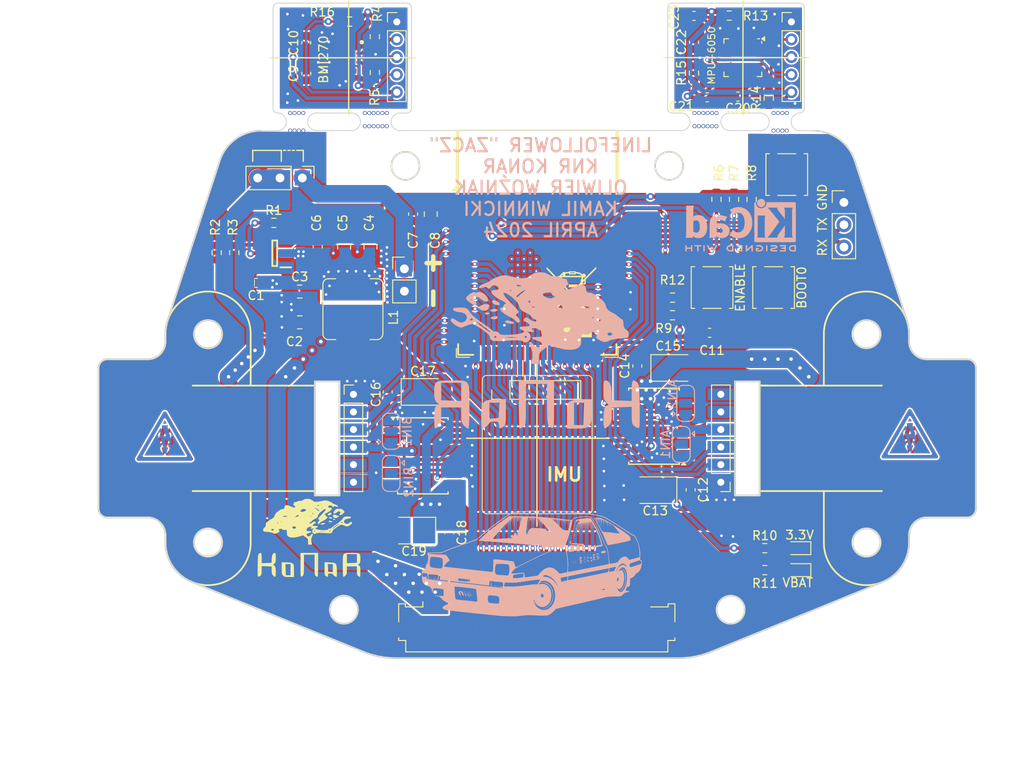
<source format=kicad_pcb>
(kicad_pcb (version 20240108) (generator "pcbnew") (generator_version "8.0")
  (layers (0 "F.Cu" signal) (31 "B.Cu" signal) (34 "B.Paste" user) (35 "F.Paste" user) (36 "B.SilkS" user "B.Silkscreen") (37 "F.SilkS" user "F.Silkscreen") (38 "B.Mask" user) (39 "F.Mask" user) (44 "Edge.Cuts" user))
  (net 0 "")
  (net 1 "Net-(VBAT1-A)")
  (net 2 "+3.3V")
  (net 3 "Net-(3.3V1-A)")
  (net 4 "EN")
  (net 5 "+BATT")
  (net 6 "V_BAT")
  (net 7 "BUTTON")
  (net 8 "IO0")
  (net 9 "GND")
  (net 10 "Net-(IC1-EN)")
  (net 11 "Net-(IC1-VFB)")
  (net 12 "IR_SIG_18")
  (net 13 "ENC_B2")
  (net 14 "IR_SIG_02")
  (net 15 "IR_SIG_20")
  (net 16 "IR_SIG_16")
  (net 17 "IR_SIG_13")
  (net 18 "IR_SIG_07")
  (net 19 "IR_SIG_11")
  (net 20 "ENC_A2")
  (net 21 "IR_SIG_15")
  (net 23 "IR_SIG_01")
  (net 24 "IR_SIG_14")
  (net 25 "IR_SIG_12")
  (net 26 "PWMB")
  (net 27 "IR_SIG_03")
  (net 28 "RX")
  (net 29 "PWMA")
  (net 30 "IR_SIG_05")
  (net 31 "ENC_B1")
  (net 32 "IR_SIG_08")
  (net 33 "ENC_A1")
  (net 34 "TX")
  (net 35 "IR_SIG_19")
  (net 36 "IR_SIG_10")
  (net 37 "IR_SIG_09")
  (net 38 "IR_SIG_06")
  (net 39 "IR_SIG_17")
  (net 40 "IR_SIG_04")
  (net 41 "AO1")
  (net 42 "AIN1")
  (net 43 "AO2")
  (net 44 "AIN2")
  (net 45 "BO2")
  (net 46 "BIN2")
  (net 47 "BO1")
  (net 48 "BIN1")
  (net 49 "Net-(IC1-VBST)")
  (net 56 "Net-(J5-Pin_1)")
  (net 57 "Net-(U3-AO2-Pad5)")
  (net 58 "Net-(U3-AO1-Pad1)")
  (net 61 "Net-(U2-AO1-Pad1)")
  (net 63 "Net-(U2-AO2-Pad5)")
  (net 67 "SW")
  (net 68 "GND_BMI")
  (net 69 "+3.3V_BMI")
  (net 70 "SCL_I2C_BMI")
  (net 71 "SDA_I2C_BMI")
  (net 72 "SCL_I2C_MPU")
  (net 73 "+3.3V_MPU")
  (net 74 "SDA_I2C_MPU")
  (net 75 "GND_MPU")
  (net 76 "INT_BMI")
  (net 77 "INT_MPU")
  (net 78 "SCL_I2C")
  (net 79 "IMU_INT")
  (net 80 "SDA_I2C")
  (net 81 "Net-(MPU-6050-CPOUT)")
  (net 82 "Net-(MPU-6050-REGOUT)")
  (footprint "Resistor_SMD:R_0603_1608Metric" (layer "F.Cu") (at 173.5 78.325 -90)
    (property "Reference" "R7")
    (property "Value" "10K" (hide yes))
  )
  (footprint "Importowane footprinty:QFN50P300X250X87-14N" (layer "F.Cu") (at 129.656469 62.217733 -90)
    (property "Reference" "IC2" (hide yes))
    (property "Value" "BMI270")
  )
  (footprint "Resistor_SMD:R_0603_1608Metric" (layer "F.Cu") (at 172.954258 57.415852)
    (property "Reference" "R13")
    (property "Value" "10K")
  )
  (footprint "Connector_PinHeader_2.00mm:PinHeader_1x05_P2.00mm_Vertical" (layer "F.Cu") (at 180.025522 58.128612)
    (property "Reference" "J8" (hide yes))
    (property "Value" "Conn_01x05_Pin" (hide yes))
  )
  (footprint "Symbol:WEEE-Logo_5.6x8mm_SilkScreen" (layer "F.Cu") (at 155 90)
    (property "Reference" "REF**" (hide yes))
    (property "Value" "WEEE-Logo_5.6x8mm_SilkScreen" (hide yes))
  )
  (footprint "Inductor_SMD:L_Bourns_SRP7028A_7.3x6.6mm" (layer "F.Cu") (at 130.145 90.81 90)
    (property "Reference" "L1")
    (property "Value" "2.2uH")
  )
  (footprint "Resistor_SMD:R_0603_1608Metric" (layer "F.Cu") (at 166.5 89.5)
    (property "Reference" "R12")
    (property "Value" "?")
  )
  (footprint "RF_Module:ESP32-S3-WROOM-1" (layer "F.Cu") (at 151.111904 83.335714)
    (property "Reference" "U1" (hide yes))
    (property "Value" "ESP32-S3-WROOM-1-N8R8")
  )
  (footprint "Capacitor_SMD:C_0603_1608Metric" (layer "F.Cu") (at 124.838014 64.000001 90)
    (property "Reference" "C9")
    (property "Value" "0.1uF")
  )
  (footprint "Capacitor_SMD:C_0603_1608Metric" (layer "F.Cu") (at 137 80 -90)
    (property "Reference" "C7")
    (property "Value" "0.1uF")
  )
  (footprint "Connector_PinHeader_2.54mm:PinHeader_1x03_P2.54mm_Vertical" (layer "F.Cu") (at 124.390572 75.888104 -90)
    (property "Reference" "J7" (hide yes))
    (property "Value" "batt_switch")
  )
  (footprint "Capacitor_Tantalum_SMD:CP_EIA-3528-21_Kemet-B" (layer "F.Cu") (at 164.5375 111.4 180)
    (property "Reference" "C13")
    (property "Value" ">10uF/3.3V")
  )
  (footprint "Button_Switch_SMD:SW_SPST_TL3305A" (layer "F.Cu") (at 178 88.35 -90)
    (property "Reference" "BOOT0")
    (property "Value" "SW_Push_Dual_x2" (hide yes))
  )
  (footprint "Capacitor_SMD:C_0805_2012Metric" (layer "F.Cu") (at 132.145 83.71 -90)
    (property "Reference" "C4")
    (property "Value" "10uF")
  )
  (footprint "Resistor_SMD:R_0603_1608Metric" (layer "F.Cu") (at 132.638747 63.883866 90)
    (property "Reference" "R5")
    (property "Value" "10K")
  )
  (footprint "Capacitor_Tantalum_SMD:CP_EIA-3528-21_Kemet-B" (layer "F.Cu") (at 166.5 97.5)
    (property "Reference" "C15")
    (property "Value" ">10uF/8.4V")
  )
  (footprint "Connector_PinHeader_2.54mm:PinHeader_1x03_P2.54mm_Vertical" (layer "F.Cu") (at 186 78.67)
    (property "Reference" "J6" (hide yes))
    (property "Value" "Conn_01x03_Pin")
  )
  (footprint "Button_Switch_SMD:SW_SPST_TL3305A" (layer "F.Cu") (at 179.5 75.5 -90)
    (property "Reference" "SW3" (hide yes))
    (property "Value" "SW_Push_Dual_x2" (hide yes))
  )
  (footprint "Resistor_SMD:R_0603_1608Metric" (layer "F.Cu") (at 168.95 63.952935 90)
    (property "Reference" "R15")
    (property "Value" "10K")
  )
  (footprint "logo:konar_srednie" (layer "F.Cu") (at 125.25 117)
    (property "Reference" "G***" (hide yes))
    (property "Value" "LOGO" (hide yes))
  )
  (footprint "Connector_PinHeader_2.00mm:PinHeader_1x05_P2.00mm_Vertical" (layer "F.Cu") (at 147 100 90)
    (property "Reference" "J9" (hide yes))
    (property "Value" "Conn_01x05_Pin")
  )
  (footprint "Capacitor_SMD:C_0805_2012Metric" (layer "F.Cu") (at 129.145 83.71 -90)
    (property "Reference" "C5")
    (property "Value" "10uF")
  )
  (footprint "Resistor_SMD:R_0603_1608Metric" (layer "F.Cu") (at 175.5 78.325 -90)
    (property "Reference" "R8")
    (property "Value" "10K")
  )
  (footprint "Connector_PinHeader_2.00mm:PinHeader_1x06_P2.00mm_Vertical" (layer "F.Cu") (at 172 110.5 180)
    (property "Reference" "J3" (hide yes))
    (property "Value" "Conn_01x06_Socket" (hide yes))
  )
  (footprint "Capacitor_SMD:C_0805_2012Metric" (layer "F.Cu") (at 124.095 88.81)
    (property "Reference" "C3")
    (property "Value" "22uF")
  )
  (footprint "Resistor_SMD:R_0603_1608Metric" (layer "F.Cu") (at 114.645 84.385 -90)
    (property "Reference" "R2")
    (property "Value" "33.2kR")
  )
  (footprint "Package_SO:SSOP-24_5.3x8.2mm_P0.65mm" (layer "F.Cu") (at 164.4 104.125 180)
    (property "Reference" "U2" (hide yes))
    (property "Value" "TB6612FNG")
  )
  (footprint "Capacitor_SMD:C_0603_1608Metric" (layer "F.Cu") (at 119.132458 87.820227 180)
    (property "Reference" "C1")
    (property "Value" "0.1uF")
  )
  (footprint "Resistor_SMD:R_0603_1608Metric" (layer "F.Cu") (at 177 120.5)
    (property "Reference" "R11")
    (property "Value" "2K")
  )
  (footprint "Connector_PinHeader_2.00mm:PinHeader_1x06_P2.00mm_Vertical" (layer "F.Cu") (at 130.207349 100.5)
    (property "Reference" "J4" (hide yes))
    (property "Value" "Conn_01x06_Socket")
  )
  (footprint "Capacitor_SMD:C_0603_1608Metric" (layer "F.Cu") (at 134.1 100.225 90)
    (property "Reference" "C16")
    (property "Value" "0.1uF")
  )
  (footprint "Resistor_SMD:R_0603_1608Metric" (layer "F.Cu") (at 116.645 84.385 90)
    (property "Reference" "R3")
    (property "Value" "10kR")
  )
  (footprint "Resistor_SMD:R_0603_1608Metric" (layer "F.Cu") (at 166.5 91.5 180)
    (property "Reference" "R9")
    (property "Value" "?")
  )
  (footprint "Resistor_SMD:R_0603_1608Metric" (layer "F.Cu") (at 171.5 78.325 -90)
    (property "Reference" "R6")
    (property "Value" "10K")
  )
  (footprint "Capacitor_SMD:C_0603_1608Metric" (layer "F.Cu") (at 168.95 60.452935 90)
    (property "Reference" "C22")
    (property "Value" "0.1uF")
  )
  (footprint "Capacitor_SMD:C_0603_1608Metric" (layer "F.Cu") (at 126.145 83.71 -90)
    (property "Reference" "C6")
    (property "Value" "0.1uF")
  )
  (footprint "Capacitor_SMD:C_0603_1608Metric" (layer "F.Cu") (at 170.725 93.5 180)
    (property "Reference" "C11")
    (property "Value" "0.1uF")
  )
  (footprint "Button_Switch_SMD:SW_SPST_TL3305A" (layer "F.Cu") (at 171 88.35 -90)
    (property "Reference" "ENABLE")
    (property "Value" "SW_Push_Dual_x2" (hide yes))
  )
  (footprint "Capacitor_SMD:C_0603_1608Metric" (layer "F.Cu") (at 168.56231 111.369072 -90)
    (property "Reference" "C12")
    (property "Value" "0.1uF")
  )
  (footprint "Symbol:Symbol_HighVoltage_Triangle_6x6mm_Copper" (layer "F.Cu") (at 108.75 105.25)
    (property "Reference" "REF**" (hide yes))
    (property "Value" "Symbol_HighVoltage_Triangle_6x6mm_Copper" (hide yes))
  )
  (footprint "Capacitor_SMD:C_0603_1608Metric" (layer "F.Cu") (at 162.5 97.275 90)
    (property "Reference" "C14")
    (property "Value" "0.1uF")
  )
  (footprint "Capacitor_SMD:C_0805_2012Metric" (layer "F.Cu") (at 124.095 92.31)
    (property "Reference" "C2")
    (property "Value" "22uF")
  )
  (footprint "Connector_PinHeader_2.54mm:PinHeader_1x02_P2.54mm_Vertical" (layer "F.Cu") (at 136 86.225)
    (property "Reference" "J5" (hide yes))
    (property "Value" "battery_connector" (hide yes))
  )
  (footprint "Connector_PinHeader_2.00mm:PinHeader_1x05_P2.00mm_Vertical" (layer "F.Cu") (at 135.138747 58.133866)
    (property "Reference" "J10" (hide yes))
    (property "Value" "Conn_01x05_Pin" (hide yes))
  )
  (footprint "LED_SMD:LED_0603_1608Metric" (layer "F.Cu") (at 180.75 118 180)
    (property "Reference" "3.3V")
    (property "Value" "LED")
  )
  (footprint "LED_SMD:LED_0603_1608Metric" (layer "F.Cu") (at 180.75 120.5 180)
    (property "Reference" "VBAT")
    (property "Value" "LED")
  )
  (footprint "Symbol:Symbol_HighVoltage_Triangle_6x6mm_Copper" (layer "F.Cu") (at 193.5 105)
    (property "Reference" "REF**" (hide yes))
    (property "Value" "Symbol_HighVoltage_Triangle_6x6mm_Copper" (hide yes))
  )
  (footprint "Resistor_SMD:R_0603_1608Metric" (layer "F.Cu") (at 177 118)
    (property "Reference" "R10")
    (property "Value" "220")
  )
  (footprint "Resistor_SMD:R_0603_1608Metric" (layer "F.Cu") (at 121.145 81)
    (property "Reference" "R1")
    (property "Value" "10kR")
  )
  (footprint "Resistor_SMD:R_0603_1608Metric" (layer "F.Cu") (at 177.45 66.818508 90)
    (property "Reference" "R14")
    (property "Value" "10K")
  )
  (footprint "Capacitor_SMD:C_0603_1608Metric" (layer "F.Cu") (at 141.1 116.225 -90)
    (property "Reference" "C18")
    (property "Value" "0.1uF")
  )
  (footprint "Capacitor_SMD:C_0603_1608Metric" (layer "F.Cu") (at 124.838014 60.500001 90)
    (property "Reference" "C10")
    (property "Value" "0.1uF")
  )
  (footprint "Resistor_SMD:R_0603_1608Metric" (layer "F.Cu") (at 132.638747 59.808866 -90)
    (property "Reference" "R4")
    (property "Value" "10K")
  )
  (footprint "Capacitor_SMD:C_0603_1608Metric" (layer "F.Cu") (at 168.95 57.452935)
    (property "Reference" "C23")
    (property "Value" "10nF")
  )
  (footprint "Capacitor_SMD:C_0603_1608Metric" (layer "F.Cu") (at 173.95 66.628612)
    (property "Reference" "C20")
    (property "Value" "2.2nF")
  )
  (footprint "Package_SO:SSOP-24_5.3x8.2mm_P0.65mm" (layer "F.Cu") (at 138.1 107.5)
    (property "Reference" "U3" (hide yes))
    (property "Value" "TB6612FNG")
  )
  (footprint "Capacitor_Tantalum_SMD:CP_EIA-3528-21_Kemet-B" (layer "F.Cu") (at 137.1 116 180)
    (property "Reference" "C19")
    (property "Value" ">10uF/8.4V")
  )
  (footprint "Capacitor_SMD:C_0603_1608Metric" (layer "F.Cu") (at 170.45 66.713871 180)
    (property "Reference" "C21")
    (property "Value" "0.1uF")
  )
  (footprint "Connector_FFC-FPC:Molex_200528-0260_1x26-1MP_P1.00mm_Horizontal" (layer "F.Cu") (at 151.061904 125.5)
    (property "Reference" "J2" (hide yes))
    (property "Value" "Conn_01x26_Socket" (hide yes))
  )
  (footprint "Resistor_SMD:R_0603_1608Metric" (layer "F.Cu") (at 129.781555 58.09556 180)
    (property "Reference" "R16")
    (property "Value" "10K")
  )
  (footprint "Sensor_Motion:InvenSense_QFN-24_4x4mm_P0.5mm" (layer "F.Cu") (at 174.5 62.202935 -90)
    (property "Reference" "MPU-6050")
    (property "Value" "MPU-6050")
  )
  (footprint "Capacitor_Tantalum_SMD:CP_EIA-3528-21_Kemet-B" (layer "F.Cu") (at 138.1 100.225)
    (property "Reference" "C17")
    (property "Value" ">10uF/3.3V")
  )
  (footprint "Capacitor_SMD:C_0805_2012Metric" (layer "F.Cu") (at 139 80 -90)
    (property "Reference" "C8")
    (property "Value" "22uF")
  )
  (footprint "Importowane footprinty:SOT95P280X110-6N" (layer "F.Cu") (at 121.25 84.45 180)
    (property "Reference" "IC1" (hide yes))
    (property "Value" "TPS563201DDCR" (hide yes))
  )
  (footprint "Symbol:Symbol_HighVoltage_Triangle_6x6mm_Copper" (layer "B.Cu") (at 108.75 105.25 180)
    (property "Reference" "REF**" (hide yes))
    (property "Value" "Symbol_HighVoltage_Triangle_6x6mm_Copper" (hide yes))
  )
  (footprint "logo:konar_gigant" (layer "B.Cu") (at 150.888668 95.841554 180)
    (property "Reference" "G***" (hide yes))
    (property "Value" "LOGO" (hide yes))
  )
  (footprint "Symbol:Symbol_HighVoltage_Triangle_6x6mm_Copper" (layer "B.Cu") (at 193.5 105 180)
    (property "Reference" "REF**" (hide yes))
    (property "Value" "Symbol_HighVoltage_Triangle_6x6mm_Copper" (hide yes))
  )
  (footprint "Jumper:SolderJumper-3_P1.3mm_Open_RoundedPad1.0x1.5mm" (layer "B.Cu") (at 168 101.524985 90)
    (property "Reference" "AIN2")
    (property "Value" "SolderJumper_3_Open")
  )
  (footprint "logo:ae86" (layer "B.Cu") (at 150.5 117.25 180)
    (property "Reference" "G***")
    (property "Value" "LOGO" (hide yes))
  )
  (footprint "Symbol:KiCad-Logo2_5mm_SilkScreen" (layer "B.Cu") (at 174.25 81.25 180)
    (property "Reference" "REF**" (hide yes))
    (property "Value" "KiCad-Logo2_5mm_SilkScreen" (hide yes))
  )
  (footprint "Jumper:SolderJumper-3_P1.3mm_Open_RoundedPad1.0x1.5mm" (layer "B.Cu") (at 134.5 109.5 -90)
    (property "Reference" "BIN2")
    (property "Value" "SolderJumper_3_Open")
  )
  (footprint "Jumper:SolderJumper-3_P1.3mm_Open_RoundedPad1.0x1.5mm" (layer "B.Cu") (at 134.5 104.7 90)
    (property "Reference" "BIN1")
    (property "Value" "SolderJumper_3_Open")
  )
  (footprint "Jumper:SolderJumper-3_P1.3mm_Open_RoundedPad1.0x1.5mm" (layer "B.Cu") (at 167.5 106.2 -90)
    (property "Reference" "AIN1")
    (property "Value" "SolderJumper_3_Open")
  )
  (gr_line (start 201.016533 97.50674) (end 201.016533 113.506742) (stroke (width 0.2)) (layer "F.SilkS"))
  (gr_line (start 183.716533 111.506741) (end 183.716533 114.506741) (stroke (width 0.2)) (layer "F.SilkS"))
  (gr_line (start 177.316533 111.506741) (end 176.416533 111.506741) (stroke (width 0.2)) (layer "F.SilkS"))
  (gr_line (start 118.75 72.75) (end 122 72.75) (stroke (width 0.15)) (layer "F.SilkS"))
  (gr_line (start 123.25 72.75) (end 123.5 72.75) (stroke (width 0.15)) (layer "F.SilkS"))
  (gr_line (start 183.716533 94.506741) (end 183.716533 96.506741) (stroke (width 0.2)) (layer "F.SilkS"))
  (gr_line (start 124.916533 99.506741) (end 125.816533 99.506741) (stroke (width 0.2)) (layer "F.SilkS"))
  (gr_line (start 165.52396 62.194682) (end 182.02396 62.194682) (stroke (width 0.15)) (layer "F.SilkS"))
  (gr_arc (start 111.945093 121.890959) (mid 109.674574 120.111147) (end 108.816534 117.356741) (stroke (width 0.2)) (layer "F.SilkS"))
  (gr_line (start 183.716533 96.506741) (end 183.716533 99.506741) (stroke (width 0.2)) (layer "F.SilkS"))
  (gr_line (start 142.116533 94.790741) (end 142.116533 96.006741) (stroke (width 0.2)) (layer "F.SilkS"))
  (gr_line (start 118.75 74) (end 118.75 72.75) (stroke (width 0.15)) (layer "F.SilkS"))
  (gr_line (start 111.945093 121.890959) (end 111.945093 121.89096) (stroke (width 0.2)) (layer "F.SilkS"))
  (gr_line (start 156.863359 98.348474) (end 145.363359 98.348474) (stroke (width 0.1)) (layer "F.SilkS"))
  (gr_line (start 183.716533 93.656741) (end 183.716533 94.506741) (stroke (width 0.2)) (layer "F.SilkS"))
  (gr_arc (start 108.816533 93.656741) (mid 108.876684 92.895263) (end 109.055646 92.152673) (stroke (width 0.2)) (layer "F.SilkS"))
  (gr_line (start 176.416533 99.020839) (end 176.416533 111.992643) (stroke (width 0.2)) (layer "F.SilkS"))
  (gr_circle (center 188.566533 117.356741) (end 186.966533 117.356741) (stroke (width 0.2)) (fill none) (layer "F.SilkS"))
  (gr_line (start 145.363358 114.08206) (end 156.863358 114.08206) (stroke (width 0.1)) (layer "F.SilkS"))
  (gr_circle (center 136.116533 74.506741) (end 134.516533 74.506741) (stroke (width 0.2)) (fill none) (layer "F.SilkS"))
  (gr_line (start 124.916533 111.506741) (end 125.816533 111.506741) (stroke (width 0.2)) (layer "F.SilkS"))
  (gr_line (start 142.116533 70.506741) (end 142.116533 77.712741) (stroke (width 0.2)) (layer "F.SilkS"))
  (gr_line (start 183.716533 116.506741) (end 183.716533 117.356741) (stroke (width 0.2)) (layer "F.SilkS"))
  (gr_arc (start 183.716533 93.656741) (mid 188.566533 88.806741) (end 193.416533 93.656741) (stroke (width 0.2)) (layer "F.SilkS"))
  (gr_line (start 128.616533 111.992643) (end 128.616533 99.020839) (stroke (width 0.2)) (layer "F.SilkS"))
  (gr_line (start 176.416533 99.506741) (end 177.316533 99.506741) (stroke (width 0.2)) (layer "F.SilkS"))
  (gr_arc (start 108.816533 94.506741) (mid 108.230747 95.920955) (end 106.816533 96.506741) (stroke (width 0.2)) (layer "F.SilkS"))
  (gr_line (start 111.916533 111.506741) (end 124.916533 111.506741) (stroke (width 0.2)) (layer "F.SilkS"))
  (gr_line (start 195.416532 96.506741) (end 200.016534 96.506741) (stroke (width 0.2)) (layer "F.SilkS"))
  (gr_line (start 151.082314 115.497554) (end 151.082314 95.497554) (stroke (width 0.15)) (layer "F.SilkS"))
  (gr_line (start 176.416533 111.992643) (end 176.416533 99.020839) (stroke (width 0.2)) (layer "F.SilkS"))
  (gr_line (start 176.416533 111.506741) (end 176.416533 99.020839) (stroke (width 0.2)) (layer "F.SilkS"))
  (gr_line (start 128.616533 99.020839) (end 125.816533 99.020839) (stroke (width 0.2)) (layer "F.SilkS"))
  (gr_line (start 144.863359 98.848474) (end 144.863358 113.58206) (stroke (width 0.1)) (layer "F.SilkS"))
  (gr_line (start 160.116533 77.712741) (end 160.116533 70.506741) (stroke (width 0.2)) (layer "F.SilkS"))
  (gr_line (start 143.082314 105.497554) (end 159.082314 105.497554) (stroke (width 0.15)) (layer "F.SilkS"))
  (gr_line (start 125.816533 111.992643) (end 125.816533 99.020839) (stroke (width 0.2)) (layer "F.SilkS"))
  (gr_line (start 157.363358 113.58206) (end 157.363359 98.848474) (stroke (width 0.1)) (layer "F.SilkS"))
  (gr_line (start 129.66218 55.717733) (end 129.66218 68.717733) (stroke (width 0.15)) (layer "F.SilkS"))
  (gr_line (start 176.416533 99.020839) (end 173.616533 99.020839) (stroke (width 0.2)) (layer "F.SilkS"))
  (gr_line (start 111.916533 99.506741) (end 124.916533 99.506741) (stroke (width 0.2)) (layer "F.SilkS"))
  (gr_arc (start 144.863359 98.848474) (mid 145.009806 98.494921) (end 145.363359 98.348474) (stroke (width 0.1)) (layer "F.SilkS"))
  (gr_line (start 200.016534 114.506741) (end 195.416532 114.506741) (stroke (width 0.2)) (layer "F.SilkS"))
  (gr_line (start 193.416533 116.50674) (end 193.416533 117.356742) (stroke (width 0.2)) (layer "F.SilkS"))
  (gr_line (start 122.75 72.75) (end 123 72.75) (stroke (width 0.15)) (layer "F.SilkS"))
  (gr_line (start 118.516533 96.506741) (end 118.516533 99.506741) (stroke (width 0.2)) (layer "F.SilkS"))
  (gr_arc (start 101.216533 97.506741) (mid 101.509426 96.799634) (end 102.216533 96.506741) (stroke (width 0.2)) (layer "F.SilkS"))
  (gr_circle (center 113.666533 93.656741) (end 112.066533 93.656741) (stroke (width 0.2)) (fill none) (layer "F.SilkS"))
  (gr_line (start 106.816533 96.506741) (end 102.216533 96.506741) (stroke (width 0.2)) (layer "F.SilkS"))
  (gr_line (start 158.385533 96.006741) (end 160.116533 96.006741) (stroke (width 0.2)) (layer "F.SilkS"))
  (gr_arc (start 193.177421 92.152677) (mid 193.356382 92.895263) (end 193.416533 93.656738) (stroke (width 0.2)) (layer "F.SilkS"))
  (gr_arc (start 106.816533 114.506741) (mid 108.230747 115.092527) (end 108.816533 116.506741) (stroke (width 0.2)) (layer "F.SilkS"))
  (gr_line (start 118.516533 114.506741) (end 118.516533 111.506741) (stroke (width 0.2)) (layer "F.SilkS"))
  (gr_line (start 124.5 74) (end 124.5 72.75) (stroke (width 0.15)) (layer "F.SilkS"))
  (gr_line (start 173.616533 99.020839) (end 173.616533 111.992643) (stroke (width 0.2)) (layer "F.SilkS"))
  (gr_arc (start 118.516533 117.356741) (mid 113.666533 122.206741) (end 108.816533 117.356741) (stroke (width 0.2)) (layer "F.SilkS"))
  (gr_line (start 124.5 72.75) (end 123.75 72.75) (stroke (width 0.15)) (layer "F.SilkS"))
  (gr_line (start 177.316533 99.506741) (end 176.416533 99.506741) (stroke (width 0.2)) (layer "F.SilkS"))
  (gr_line (start 125.816533 111.992643) (end 128.616533 111.992643) (stroke (width 0.2)) (layer "F.SilkS"))
  (gr_arc (start 200.016534 96.506741) (mid 200.72364 96.799634) (end 201.016533 97.50674) (stroke (width 0.2)) (layer "F.SilkS"))
  (gr_line (start 174.52396 55.724385) (end 174.501684 68.724385) (stroke (width 0.15)) (layer "F.SilkS"))
  (gr_arc (start 102.216533 114.506741) (mid 101.509426 114.213848) (end 101.216533 113.506741) (stroke (width 0.2)) (layer "F.SilkS"))
  (gr_line (start 160.116533 96.006741) (end 160.116533 94.790741) (stroke (width 0.2)) (layer "F.SilkS"))
  (gr_line (start 118.516533 94.506741) (end 118.516533 96.506741) (stroke (width 0.2)) (layer "F.SilkS"))
  (gr_arc (start 145.363358 114.08206) (mid 145.009805 113.935613) (end 144.863358 113.58206) (stroke (width 0.1)) (layer "F.SilkS"))
  (gr_line (start 142.116533 96.006741) (end 143.847533 96.006741) (stroke (width 0.2)) (layer "F.SilkS"))
  (gr_arc (start 108.816533 93.656741) (mid 113.666533 88.806741) (end 118.516533 93.656741) (stroke (width 0.2)) (layer "F.SilkS"))
  (gr_line (start 125.816533 99.020839) (end 125.816533 111.992643) (stroke (width 0.2)) (layer "F.SilkS"))
  (gr_circle (center 113.666533 117.356741) (end 112.066533 117.356741) (stroke (width 0.2)) (fill none) (layer "F.SilkS"))
  (gr_line (start 108.816534 117.356741) (end 108.816533 117.356741) (stroke (width 0.2)) (layer "F.SilkS"))
  (gr_line (start 108.816533 116.506741) (end 108.816533 117.356741) (stroke (width 0.2)) (layer "F.SilkS"))
  (gr_line (start 118.516533 93.656741) (end 118.516533 94.506741) (stroke (width 0.2)) (layer "F.SilkS"))
  (gr_circle (center 166.116533 74.506741) (end 164.516533 74.506741) (stroke (width 0.2)) (fill none) (layer "F.SilkS"))
  (gr_circle (center 188.566533 93.656741) (end 186.966533 93.656741) (stroke (width 0.2)) (fill none) (layer "F.SilkS"))
  (gr_arc (start 193.416533 117.356742) (mid 192.558493 120.111148) (end 190.287974 121.89096) (stroke (width 0.2)) (layer "F.SilkS"))
  (gr_line (start 118.516533 116.506741) (end 118.516533 114.506741) (stroke (width 0.2)) (layer "F.SilkS"))
  (gr_line (start 125.816533 99.020839) (end 125.816533 111.992643) (stroke (width 0.2)) (layer "F.SilkS"))
  (gr_line (start 122 72.75) (end 122 74) (stroke (width 0.15)) (layer "F.SilkS"))
  (gr_line (start 120.802041 62.217733) (end 137.302041 62.215272) (stroke (width 0.15)) (layer "F.SilkS"))
  (gr_line (start 108.816533 93.656741) (end 108.816533 94.506741) (stroke (width 0.2)) (layer "F.SilkS"))
  (gr_line (start 190.316533 99.506741) (end 177.316533 99.506741) (stroke (width 0.2)) (layer "F.SilkS"))
  (gr_arc (start 195.416532 96.506741) (mid 194.002319 95.920955) (end 193.416533 94.506742) (stroke (width 0.2)) (layer "F.SilkS"))
  (gr_line (start 102.216533 114.506741) (end 106.816533 114.506741) (stroke (width 0.2)) (layer "F.SilkS"))
  (gr_line (start 118.516533 117.356741) (end 118.516533 116.506741) (stroke (width 0.2)) (layer "F.SilkS"))
  (gr_arc (start 193.416533 116.50674) (mid 194.002319 115.092527) (end 195.416532 114.506741) (stroke (width 0.2)) (layer "F.SilkS"))
  (gr_arc (start 156.863359 98.348474) (mid 157.216912 98.494921) (end 157.363359 98.848474) (stroke (width 0.1)) (layer "F.SilkS"))
  (gr_line (start 190.316533 111.506741) (end 177.316533 111.506741) (stroke (width 0.2)) (layer "F.SilkS"))
  (gr_line (start 173.616533 111.992643) (end 176.416533 111.992643) (stroke (width 0.2)) (layer "F.SilkS"))
  (gr_line (start 122.25 72.75) (end 122.5 72.75) (stroke (width 0.15)) (layer "F.SilkS"))
  (gr_line (start 101.216533 97.506741) (end 101.216533 113.506741) (stroke (width 0.2)) (layer "F.SilkS"))
  (gr_line (start 193.416533 93.656738) (end 193.416533 94.506742) (stroke (width 0.2)) (layer "F.SilkS"))
  (gr_line (start 183.716533 114.506741) (end 183.716533 116.506741) (stroke (width 0.2)) (layer "F.SilkS"))
  (gr_arc (start 201.016533 113.506742) (mid 200.72364 114.213848) (end 200.016534 114.506741) (stroke (width 0.2)) (layer "F.SilkS"))
  (gr_arc (start 193.416533 117.356741) (mid 188.566533 122.206741) (end 183.716533 117.356741) (stroke (width 0.2)) (layer "F.SilkS"))
  (gr_arc (start 157.363358 113.58206) (mid 157.216914 113.935616) (end 156.863358 114.08206) (stroke (width 0.1)) (layer "F.SilkS"))
  (gr_arc (start 108.815517 93.657983) (mid 108.875668 92.896508) (end 109.054629 92.153921) (stroke (width 0.2)) (layer "Edge.Cuts"))
  (gr_arc (start 193.415517 117.357986) (mid 192.621468 120.017264) (end 190.499326 121.80578) (stroke (width 0.2)) (layer "Edge.Cuts"))
  (gr_line (start 193.415517 117.357986) (end 193.415517 116.507986) (stroke (width 0.2)) (layer "Edge.Cuts"))
  (gr_circle (center 173.115517 125) (end 174.715517 125) (stroke (width 0.2)) (fill none) (layer "Edge.Cuts"))
  (gr_arc (start 111.944029 121.892186) (mid 109.673543 120.112373) (end 108.815517 117.357989) (stroke (width 0.2)) (layer "Edge.Cuts"))
  (gr_line (start 170.928034 129.770377) (end 190.499326 121.80578) (stroke (width 0.2)) (layer "Edge.Cuts"))
  (gr_line (start 166.45 68.5) (end 167.5 68.5) (stroke (width 0.1)) (layer "Edge.Cuts"))
  (gr_line (start 102.215516 114.507986) (end 106.815518 114.507986) (stroke (width 0.2)) (layer "Edge.Cuts"))
  (gr_arc (start 130 68.5) (mid 131 69.5) (end 130 70.5) (stroke (width 0.1)) (layer "Edge.Cuts"))
  (gr_line (start 181.5 68) (end 181.5 56.5) (stroke (width 0.1)) (layer "Edge.Cuts"))
  (gr_line (start 181.000001 56) (end 166.45 56) (stroke (width 0.1)) (layer "Edge.Cuts"))
  (gr_line (start 108.815517 93.657983) (end 108.815517 94.507987) (stroke (width 0.2)) (layer "Edge.Cuts"))
  (gr_arc (start 193.415517 116.507986) (mid 194.001303 115.093772) (end 195.415517 114.507986) (stroke (width 0.2)) (layer "Edge.Cuts"))
  (gr_line (start 173.615517 111.993888) (end 173.615517 99.022084) (stroke (width 0.2)) (layer "Edge.Cuts"))
  (gr_line (start 128.615517 99.022084) (end 128.615517 111.993888) (stroke (width 0.2)) (layer "Edge.Cuts"))
  (gr_arc (start 108.815517 94.507987) (mid 108.229731 95.9222) (end 106.815518 96.507986) (stroke (width 0.2)) (layer "Edge.Cuts"))
  (gr_line (start 176.5 68.5) (end 173 68.5) (stroke (width 0.1)) (layer "Edge.Cuts"))
  (gr_line (start 182.487217 70.507986) (end 181 70.5) (stroke (width 0.1)) (layer "Edge.Cuts"))
  (gr_line (start 176.415517 111.993888) (end 173.615517 111.993888) (stroke (width 0.2)) (layer "Edge.Cuts"))
  (gr_arc (start 181 70.5) (mid 180 69.5) (end 181 68.5) (stroke (width 0.1)) (layer "Edge.Cuts"))
  (gr_line (start 136.302041 56.000001) (end 121.568455 56) (stroke (width 0.1)) (layer "Edge.Cuts"))
  (gr_arc (start 106.815518 114.507986) (mid 108.229731 115.093772) (end 108.815517 116.507985) (stroke (width 0.2)) (layer "Edge.Cuts"))
  (gr_line (start 201.015517 113.507986) (end 201.015517 97.507986) (stroke (width 0.2)) (layer "Edge.Cuts"))
  (gr_line (start 106.815518 96.507986) (end 102.215515 96.507986) (stroke (width 0.2)) (layer "Edge.Cuts"))
  (gr_line (start 200.015517 96.507986) (end 195.415517 96.507986) (stroke (width 0.2)) (layer "Edge.Cuts"))
  (gr_line (start 121.068455 56.5) (end 121.068455 68) (stroke (width 0.1)) (layer "Edge.Cuts"))
  (gr_line (start 167.5 70.5) (end 135.5 70.5) (stroke (width 0.1)) (layer "Edge.Cuts"))
  (gr_arc (start 170.928034 129.770377) (mid 169.079096 130.321851) (end 167.158667 130.507986) (stroke (width 0.2)) (layer "Edge.Cuts"))
  (gr_arc (start 135.5 70.5) (mid 134.5 69.5) (end 135.5 68.5) (stroke (width 0.1)) (layer "Edge.Cuts"))
  (gr_arc (start 135.072369 130.507986) (mid 133.15194 130.321852) (end 131.303003 129.770378) (stroke (width 0.2)) (layer "Edge.Cuts"))
  (gr_line (start 173.615517 99.022084) (end 176.415517 99.022084) (stroke (width 0.2)) (layer "Edge.Cuts"))
  (gr_arc (start 102.215516 114.507986) (mid 101.50841 114.215093) (end 101.215517 113.507988) (stroke (width 0.2)) (layer "Edge.Cuts"))
  (gr_arc (start 165.95 56.5) (mid 166.096447 56.146447) (end 166.45 56) (stroke (width 0.1)) (layer "Edge.Cuts"))
  (gr_line (start 135.5 68.5) (end 136.302041 68.500001) (stroke (width 0.1)) (layer "Edge.Cuts"))
  (gr_line (start 125.815517 111.993888) (end 125.815517 99.022084) (stroke (width 0.2)) (layer "Edge.Cuts"))
  (gr_line (start 101.215517 97.507985) (end 101.215517 113.507988) (stroke (width 0.2)) (layer "Edge.Cuts"))
  (gr_line (start 193.176414 92.153947) (end 187.240713 73.9574) (stroke (width 0.2)) (layer "Edge.Cuts"))
  (gr_line (start 195.415517 114.507986) (end 200.015517 114.507986) (stroke (width 0.2)) (layer "Edge.Cuts"))
  (gr_line (start 121.568455 70.5) (end 119.743813 70.507986) (stroke (width 0.1)) (layer "Edge.Cuts"))
  (gr_arc (start 114.99032 73.957402) (mid 116.807227 71.461203) (end 119.743813 70.507986) (stroke (width 0.2)) (layer "Edge.Cuts"))
  (gr_arc (start 166.45 68.5) (mid 166.096447 68.353553) (end 165.95 68) (stroke (width 0.1)) (layer "Edge.Cuts"))
  (gr_arc (start 101.215517 97.507985) (mid 101.50841 96.800879) (end 102.215515 96.507986) (stroke (width 0.2)) (layer "Edge.Cuts"))
  (gr_circle (center 113.665517 117.357986) (end 115.265517 117.357986) (stroke (width 0.2)) (fill none) (layer "Edge.Cuts"))
  (gr_line (start 165.95 56.5) (end 165.95 68) (stroke (width 0.1)) (layer "Edge.Cuts"))
  (gr_arc (start 173 70.5) (mid 172 69.5) (end 173 68.5) (stroke (width 0.1)) (layer "Edge.Cuts"))
  (gr_arc (start 136.802041 68.000001) (mid 136.655594 68.353554) (end 136.302041 68.500001) (stroke (width 0.1)) (layer "Edge.Cuts"))
  (gr_arc (start 121.568455 68.5) (mid 121.214901 68.353554) (end 121.068455 68) (stroke (width 0.1)) (layer "Edge.Cuts"))
  (gr_line (start 135.072369 130.507986) (end 167.158667 130.507986) (stroke (width 0.2)) (layer "Edge.Cuts"))
  (gr_line (start 128.615517 111.993888) (end 125.815517 111.993888) (stroke (width 0.2)) (layer "Edge.Cuts"))
  (gr_arc (start 182.487217 70.507986) (mid 185.423803 71.461202) (end 187.240713 73.9574) (stroke (width 0.2)) (layer "Edge.Cuts"))
  (gr_line (start 108.815517 116.507985) (end 108.815517 117.357989) (stroke (width 0.2)) (layer "Edge.Cuts"))
  (gr_line (start 125.815517 99.022084) (end 128.615517 99.022084) (stroke (width 0.2)) (layer "Edge.Cuts"))
  (gr_circle (center 188.565517 117.357986) (end 190.165517 117.357986) (stroke (width 0.2)) (fill none) (layer "Edge.Cuts"))
  (gr_arc (start 121.568455 68.5) (mid 122.568455 69.5) (end 121.568455 70.5) (stroke (width 0.1)) (layer "Edge.Cuts"))
  (gr_arc (start 176.5 68.5) (mid 177.5 69.5) (end 176.5 70.5) (stroke (width 0.1)) (layer "Edge.Cuts"))
  (gr_line (start 176.5 70.5) (end 173 70.5) (stroke (width 0.1)) (layer "Edge.Cuts"))
  (gr_line (start 193.415516 93.657986) (end 193.415517 93.657986) (stroke (width 0.2)) (layer "Edge.Cuts"))
  (gr_line (start 176.415517 99.022084) (end 176.415517 111.993888) (stroke (width 0.2)) (layer "Edge.Cuts"))
  (gr_line (start 193.415517 94.507986) (end 193.415517 93.657986) (stroke (width 0.2)) (layer "Edge.Cuts"))
  (gr_circle (center 188.565517 93.657986) (end 190.165517 93.657986) (stroke (width 0.2)) (fill none) (layer "Edge.Cuts"))
  (gr_arc (start 193.176414 92.153947) (mid 193.355369 92.896523) (end 193.415516 93.657986) (stroke (width 0.2)) (layer "Edge.Cuts"))
  (gr_arc (start 136.302041 56.000001) (mid 136.655594 56.146448) (end 136.802041 56.500001) (stroke (width 0.1)) (layer "Edge.Cuts"))
  (gr_arc (start 200.015517 96.507986) (mid 200.722624 96.800879) (end 201.015517 97.507986) (stroke (width 0.2)) (layer "Edge.Cuts"))
  (gr_line (start 136.802041 68.000001) (end 136.802041 56.500001) (stroke (width 0.1)) (layer "Edge.Cuts"))
  (gr_line (start 126 70.5) (end 130 70.5) (stroke (width 0.1)) (layer "Edge.Cuts"))
  (gr_arc (start 126 70.5) (mid 125 69.5) (end 126 68.5) (stroke (width 0.1)) (layer "Edge.Cuts"))
  (gr_arc (start 201.015517 113.507986) (mid 200.722624 114.215093) (end 200.015517 114.507986) (stroke (width 0.2)) (layer "Edge.Cuts"))
  (gr_arc (start 121.068455 56.5) (mid 121.214902 56.146448) (end 121.568455 56) (stroke (width 0.1)) (layer "Edge.Cuts"))
  (gr_line (start 111.944029 121.892186) (end 131.303003 129.770378) (stroke (width 0.2)) (layer "Edge.Cuts"))
  (gr_arc (start 181.5 68) (mid 181.353553 68.353553) (end 181 68.5) (stroke (width 0.1)) (layer "Edge.Cuts"))
  (gr_line (start 130 68.5) (end 126 68.5) (stroke (width 0.1)) (layer "Edge.Cuts"))
  (gr_circle (center 113.665517 93.657986) (end 115.265517 93.657986) (stroke (width 0.2)) (fill none) (layer "Edge.Cuts"))
  (gr_arc (start 181.000001 56) (mid 181.353554 56.146447) (end 181.500001 56.5) (stroke (width 0.1)) (layer "Edge.Cuts"))
  (gr_arc (start 195.415517 96.507986) (mid 194.001303 95.9222) (end 193.415517 94.507986) (stroke (width 0.2)) (layer "Edge.Cuts"))
  (gr_circle (center 129.115517 125) (end 130.715517 125) (stroke (width 0.2)) (fill none) (layer "Edge.Cuts"))
  (gr_arc (start 167.5 68.5) (mid 168.5 69.5) (end 167.5 70.5) (stroke (width 0.1)) (layer "Edge.Cuts"))
  (gr_circle (center 136.115517 74.507986) (end 137.715517 74.507986) (stroke (width 0.2)) (fill none) (layer "Edge.Cuts"))
  (gr_circle (center 166.115517 74.507986) (end 167.715517 74.507986) (stroke (width 0.2)) (fill none) (layer "Edge.Cuts"))
  (gr_line (start 114.99032 73.957402) (end 109.054629 92.153921) (stroke (width 0.2)) (layer "Edge.Cuts"))
  (gr_text "LINEFOLLOWER {dblquote}ZACZ{dblquote}\nKNR KONAR\nOLIWIER WOŹNIAK\nKAMIL WINNICKI\nAPRIL 2024" (at 151.5 77 0) (layer "B.SilkS") (effects (font (size 1.5 1.5) (thickness 0.25) (bold yes)) (justify mirror)))
  (gr_text "+ -" (at 138.25 84 270) (layer "F.SilkS") (effects (font (size 2 2) (thickness 0.5) (bold yes)) (justify left bottom)))
  (gr_text "IMU" (at 152 110.5 0) (layer "F.SilkS") (effects (font (size 1.5 1.5) (thickness 0.3) (bold yes)) (justify left bottom)))
  (gr_text "RX TX GND" (at 184.132436 84.887327 90) (layer "F.SilkS") (effects (font (size 1 1)) (justify left bottom)))
  (via (at 178 70.5) (size 0.45) (drill 0.3) (layers "F.Cu" "B.Cu") (net 0))
  (via (at 169 70) (size 0.45) (drill 0.3) (layers "F.Cu" "B.Cu") (net 0))
  (via (at 179.5 70.5) (size 0.45) (drill 0.3) (layers "F.Cu" "B.Cu") (net 0))
  (via (at 132.5 70) (size 0.45) (drill 0.3) (layers "F.Cu" "B.Cu") (net 0))
  (via (at 131.5 70) (size 0.45) (drill 0.3) (layers "F.Cu" "B.Cu") (net 0))
  (via (at 179 70.5) (size 0.45) (drill 0.3) (layers "F.Cu" "B.Cu") (net 0))
  (via (at 123.5 68.5) (size 0.45) (drill 0.3) (layers "F.Cu" "B.Cu") (net 0))
  (via (at 171 70) (size 0.45) (drill 0.3) (layers "F.Cu" "B.Cu") (net 0))
  (via (at 131.5 68.5) (size 0.45) (drill 0.3) (layers "F.Cu" "B.Cu") (net 0))
  (via (at 178.5 68.5) (size 0.45) (drill 0.3) (layers "F.Cu" "B.Cu") (net 0))
  (via (at 170 68.5) (size 0.45) (drill 0.3) (layers "F.Cu" "B.Cu") (net 0))
  (via (at 133 68.5) (size 0.45) (drill 0.3) (layers "F.Cu" "B.Cu") (net 0))
  (via (at 123 68.5) (size 0.45) (drill 0.3) (layers "F.Cu" "B.Cu") (net 0))
  (via (at 124.5 68.5) (size 0.45) (drill 0.3) (layers "F.Cu" "B.Cu") (net 0))
  (via (at 134 70) (size 0.45) (drill 0.3) (layers "F.Cu" "B.Cu") (net 0))
  (via (at 170.5 70) (size 0.45) (drill 0.3) (layers "F.Cu" "B.Cu") (net 0))
  (via (at 170 70) (size 0.45) (drill 0.3) (layers "F.Cu" "B.Cu") (net 0))
  (via (at 179.5 68.5) (size 0.45) (drill 0.3) (layers "F.Cu" "B.Cu") (net 0))
  (via (at 169 68.5) (size 0.45) (drill 0.3) (layers "F.Cu" "B.Cu") (net 0))
  (via (at 171.5 68.5) (size 0.45) (drill 0.3) (layers "F.Cu" "B.Cu") (net 0))
  (via (at 133 70) (size 0.45) (drill 0.3) (layers "F.Cu" "B.Cu") (net 0))
  (via (at 132 70) (size 0.45) (drill 0.3) (layers "F.Cu" "B.Cu") (net 0))
  (via (at 171 68.5) (size 0.45) (drill 0.3) (layers "F.Cu" "B.Cu") (net 0))
  (via (at 171.5 70) (size 0.45) (drill 0.3) (layers "F.Cu" "B.Cu") (net 0))
  (via (at 169.5 70) (size 0.45) (drill 0.3) (layers "F.Cu" "B.Cu") (net 0))
  (via (at 132.5 68.5) (size 0.45) (drill 0.3) (layers "F.Cu" "B.Cu") (net 0))
  (via (at 178 68.5) (size 0.45) (drill 0.3) (layers "F.Cu" "B.Cu") (net 0))
  (via (at 134 68.5) (size 0.45) (drill 0.3) (layers "F.Cu" "B.Cu") (net 0))
  (via (at 124 68.5) (size 0.45) (drill 0.3) (layers "F.Cu" "B.Cu") (net 0))
  (via (at 169.5 68.5) (size 0.45) (drill 0.3) (layers "F.Cu" "B.Cu") (net 0))
  (via (at 133.5 68.5) (size 0.45) (drill 0.3) (layers "F.Cu" "B.Cu") (net 0))
  (via (at 132 68.5) (size 0.45) (drill 0.3) (layers "F.Cu" "B.Cu") (net 0))
  (via (at 170.5 68.5) (size 0.45) (drill 0.3) (layers "F.Cu" "B.Cu") (net 0))
  (via (at 179 68.5) (size 0.45) (drill 0.3) (layers "F.Cu" "B.Cu") (net 0))
  (via (at 178.5 70.5) (size 0.45) (drill 0.3) (layers "F.Cu" "B.Cu") (net 0))
  (via (at 133.5 70) (size 0.45) (drill 0.3) (layers "F.Cu" "B.Cu") (net 0))
  (segment (start 177.825 120.5) (end 179.9625 120.5) (width 0.4) (layer "F.Cu") (net 1))
  (segment (start 114.645 85.21) (end 114.645 88.446396) (width 0.25) (layer "F.Cu") (net 2))
  (segment (start 136.5625 97.9375) (end 136.5625 100.225) (width 1) (layer "F.Cu") (net 2))
  (segment (start 132 106.5) (end 132.5 106) (width 0.6) (layer "F.Cu") (net 2))
  (segment (start 139.5 80.938809) (end 139.5 80.95) (width 1) (layer "F.Cu") (net 2))
  (segment (start 167 112.325) (end 166.075 111.4) (width 0.4) (layer "F.Cu") (net 2))
  (segment (start 169.5 78) (end 170 77.5) (width 0.5) (layer "F.Cu") (net 2))
  (segment (start 168.56231 110.594072) (end 166.880928 110.594072) (width 1) (layer "F.Cu") (net 2))
  (segment (start 134.1 101.9) (end 134.1 101) (width 0.6) (layer "F.Cu") (net 2))
  (segment (start 130.145 93.535) (end 127.465 93.535) (width 2) (layer "F.Cu") (net 2))
  (segment (start 155 104.742175) (end 146.242175 104.742175) (width 1) (layer "F.Cu") (net 2))
  (segment (start 141.093095 79.345714) (end 139.5 80.938809) (width 1) (layer "F.Cu") (net 2))
  (segment (start 136.885207 105.637138) (end 136.885207 100.547707) (width 1) (layer "F.Cu") (net 2))
  (segment (start 137.115748 80.775) (end 138.145374 81.804626) (width 0.6) (layer "F.Cu") (net 2))
  (segment (start 137 97.5) (end 136.5625 97.9375) (width 1) (layer "F.Cu") (net 2))
  (segment (start 130.145 93.535) (end 134.965 93.535) (width 1) (layer "F.Cu") (net 2))
  (segment (start 145.345714 79.345714) (end 142.361904 79.345714) (width 1) (layer "F.Cu") (net 2))
  (segment (start 165.850621 105.312857) (end 165.850621 109.563765) (width 1) (layer "F.Cu") (net 2))
  (segment (start 114.645 88.446396) (end 120.008604 93.81) (width 0.25) (layer "F.Cu") (net 2))
  (segment (start 170 77.5) (end 171.5 77.5) (width 0.5) (layer "F.Cu") (net 2))
  (segment (start 134.965 93.535) (end 138.145374 90.354626) (width 1) (layer "F.Cu") (net 2))
  (segment (start 155 100) (end 155 104.742175) (width 0.6) (layer "F.Cu") (net 2))
  (segment (start 136.900002 106.88318) (end 136.900002 105.651933) (width 1) (layer "F.Cu") (net 2))
  (segment (start 130.145 93.535) (end 133.035 93.535) (width 2) (layer "F.Cu") (net 2))
  (segment (start 171.5 77.5) (end 173.5 77.5) (width 0.5) (layer "F.Cu") (net 2))
  (segment (start 135.7875 101) (end 136.5625 100.225) (width 0.6) (layer "F.Cu") (net 2))
  (segment (start 164 78) (end 169.5 78) (width 0.5) (layer "F.Cu") (net 2))
  (segment (start 136.900002 105.651933) (end 136.885207 105.637138) (width 1) (layer "F.Cu") (net 2))
  (segment (start 137.175 80.95) (end 137 80.775) (width 0.6) (layer "F.Cu") (net 2))
  (segment (start 133.035 93.535) (end 137 97.5) (width 2) (layer "F.Cu") (net 2))
  (segment (start 142 98.5) (end 141 97.5) (width 1) (layer "F.Cu") (net 2))
  (segment (start 136.855806 106.927376) (end 136.900002 106.88318) (width 1) (layer "F.Cu") (net 2))
  (segment (start 146.242175 104.742175) (end 142 100.5) (width 1) (layer "F.Cu") (net 2))
  (segment (start 159.048289 104.742175) (end 155 104.742175) (width 1) (layer "F.Cu") (net 2))
  (segment (start 142.361904 79.345714) (end 141.093095 79.345714) (width 1) (layer "F.Cu") (net 2))
  (segment (start 136.885207 100.547707) (end 136.5625 100.225) (width 1) (layer "F.Cu") (net 2))
  (segment (start 159.193872 104.887758) (end 159.048289 104.742175) (width 1) (layer "F.Cu") (net 2))
  (segment (start 166.263478 104.9) (end 165.850621 105.312857) (width 1) (layer "F.Cu") (net 2))
  (segment (start 137 80.775) (end 137.115748 80.775) (width 0.6) (layer "F.Cu") (net 2))
  (segment (start 132.5 103.5) (end 134.1 101.9) (width 0.6) (layer "F.Cu") (net 2))
  (segment (start 123.5 97.5) (end 122.5 98.5) (width 2) (layer "F.Cu") (net 2))
  (segment (start 165.850621 109.563765) (end 166.880928 110.594072) (width 1) (layer "F.Cu") (net 2))
  (segment (start 134.1 101) (end 135.7875 101) (width 0.6) (layer "F.Cu") (net 2))
  (segment (start 147 81) (end 145.345714 79.345714) (width 1) (layer "F.Cu") (net 2))
  (segment (start 141 97.5) (end 137 97.5) (width 1) (layer "F.Cu") (net 2))
  (segment (start 171.5 77.5) (end 175.5 77.5) (width 0.5) (layer "F.Cu") (net 2))
  (segment (start 120.008604 93.81) (end 124.645 93.81) (width 0.25) (layer "F.Cu") (net 2))
  (segment (start 127.465 93.535) (end 123.5 97.5) (width 2) (layer "F.Cu") (net 2))
  (segment (start 138.145374 90.354626) (end 138.145374 81.804626) (width 1) (layer "F.Cu") (net 2))
  (segment (start 139.5 80.95) (end 137.175 80.95) (width 0.6) (layer "F.Cu") (net 2))
  (segment (start 166.880928 110.594072) (end 166.075 111.4) (width 1) (layer "F.Cu") (net 2))
  (segment (start 130.207349 106.5) (end 132 106.5) (width 0.6) (layer "F.Cu") (net 2))
  (segment (start 138.145374 81.804626) (end 139 80.95) (width 1) (layer "F.Cu") (net 2))
  (segment (start 167 113) (end 167 112.325) (width 0.4) (layer "F.Cu") (net 2))
  (segment (start 173.5 118) (end 176.175 118) (width 0.4) (layer "F.Cu") (net 2))
  (segment (start 142 100.5) (end 142 98.5) (width 1) (layer "F.Cu") (net 2))
  (segment (start 132.5 106) (end 132.5 103.5) (width 0.6) (layer "F.Cu") (net 2))
  (via (at 138 123) (size 0.8) (drill 0.4) (layers "F.Cu" "B.Cu") (net 2))
  (via (at 133 119.5) (size 0.8) (drill 0.4) (layers "F.Cu" "B.Cu") (net 2))
  (via (at 134 121) (size 0.8) (drill 0.4) (layers "F.Cu" "B.Cu") (net 2))
  (via (at 135 120) (size 0.8) (drill 0.4) (layers "F.Cu" "B.Cu") (net 2))
  (via (at 137.681679 120.961831) (size 0.8) (drill 0.4) (layers "F.Cu" "B.Cu") (net 2))
  (via (at 147 81) (size 0.8) (drill 0.4) (layers "F.Cu" "B.Cu") (net 2))
  (via (at 164 78) (size 0.8) (drill 0.4) (layers "F.Cu" "B.Cu") (net 2))
  (via (at 167 113) (size 0.8) (drill 0.4) (layers "F.Cu" "B.Cu") (net 2))
  (via (at 138.5 122) (size 0.8) (drill 0.4) (layers "F.Cu" "B.Cu") (net 2))
  (via (at 135 122) (size 0.8) (drill 0.4) (layers "F.Cu" "B.Cu") (net 2))
  (via (at 140 122) (size 0.8) (drill 0.4) (layers "F.Cu" "B.Cu") (net 2))
  (via (at 166.263478 104.9) (size 0.45) (drill 0.3) (layers "F.Cu" "B.Cu") (net 2))
  (via (at 124.5 96.5) (size 0.8) (drill 0.4) (layers "F.Cu" "B.Cu") (net 2))
  (via (at 137 122) (size 0.8) (drill 0.4) (layers "F.Cu" "B.Cu") (net 2))
  (via (at 173.5 118) (size 0.8) (drill 0.4) (layers "F.Cu" "B.Cu") (net 2))
  (via (at 126.5 94.5) (size 0.8) (drill 0.4) (layers "F.Cu" "B.Cu") (net 2))
  (via (at 136.5 123) (size 0.8) (drill 0.4) (layers "F.Cu" "B.Cu") (net 2))
  (via (at 125.5 95.5) (size 0.8) (drill 0.4) (layers "F.Cu" "B.Cu") (net 2))
  (via (at 123.5 97.5) (size 0.8) (drill 0.4) (layers "F.Cu" "B.Cu") (net 2))
  (via (at 165.990663 104.383814) (size 0.45) (drill 0.3) (layers "F.Cu" "B.Cu") (net 2))
  (via (at 136 121) (size 0.8) (drill 0.4) (layers "F.Cu" "B.Cu") (net 2))
  (via (at 122.5 98.5) (size 0.8) (drill 0.4) (layers "F.Cu" "B.Cu") (net 2))
  (via (at 139.5 123) (size 0.8) (drill 0.4) (layers "F.Cu" "B.Cu") (net 2))
  (via (at 136.855806 106.927376) (size 0.8) (drill 0.4) (layers "F.Cu" "B.Cu") (net 2))
  (segment (start 166.263478 104.9) (end 168 104.9) (width 1) (layer "B.Cu") (net 2))
  (segment (start 130.207349 106.5) (end 134 106.5) (width 1) (layer "B.Cu") (net 2))
  (segment (start 172 104.5) (end 168.4 104.5) (width 1) (layer "B.Cu") (net 2))
  (segment (start 123.5 97.5) (end 121.5 99.5) (width 2) (layer "B.Cu") (net 2))
  (segment (start 167 113) (end 172 118) (width 0.4) (layer "B.Cu") (net 2))
  (segment (start 147 81) (end 158.580762 81) (width 0.5) (layer "B.Cu") (net 2))
  (segment (start 121.5 115) (end 126 119.5) (width 2) (layer "B.Cu") (net 2))
  (segment (start 136.783182 107) (end 136.855806 106.927376) (width 1) (layer "B.Cu") (net 2))
  (segment (start 172 118) (end 173.5 118) (width 0.4) (layer "B.Cu") (net 2))
  (segment (start 134.5 107) (end 136.783182 107) (width 1) (layer "B.Cu") (net 2))
  (segment (start 168.4 104.5) (end 168 104.9) (width 1) (layer "B.Cu") (net 2))
  (segment (start 134.5 107) (end 134.5 106) (width 1) (layer "B.Cu") (net 2))
  (segment (start 168 104.9) (end 168 102.824985) (width 1) (layer "B.Cu") (net 2))
  (segment (start 121.5 99.5) (end 121.5 115) (width 2) (layer "B.Cu") (net 2))
  (segment (start 126 119.5) (end 132.5 119.5) (width 2) (layer "B.Cu") (net 2))
  (segment (start 134 106.5) (end 134.5 106) (width 1) (layer "B.Cu") (net 2))
  (segment (start 161.580762 78) (end 164 78) (width 0.5) (layer "B.Cu") (net 2))
  (segment (start 132.5 119.5) (end 134 121) (width 2) (layer "B.Cu") (net 2))
  (segment (start 158.580762 81) (end 161.580762 78) (width 0.5) (layer "B.Cu") (net 2))
  (segment (start 134.5 108.2) (end 134.5 107) (width 1) (layer "B.Cu") (net 2))
  (segment (start 177.825 118) (end 179.9625 118) (width 0.4) (layer "F.Cu") (net 3))
  (segment (start 170.944987 84.219641) (end 170.480359 84.219641) (width 0.4) (layer "F.Cu") (net 4))
  (segment (start 169.5 93.05) (end 169.95 93.5) (width 0.4) (layer "F.Cu") (net 4))
  (segment (start 170.480359 84.219641) (end 169.5 85.2) (width 0.4) (layer "F.Cu") (net 4))
  (segment (start 144.115714 80.615714) (end 142.361904 80.615714) (width 0.4) (layer "F.Cu") (net 4))
  (segment (start 146 82.5) (end 144.115714 80.615714) (width 0.4) (layer "F.Cu") (net 4))
  (segment (start 169.5 91.5) (end 169.5 85.2) (width 0.4) (layer "F.Cu") (net 4))
  (segment (start 171.5 79.15) (end 171.5 80.163583) (width 0.4) (layer "F.Cu") (net 4))
  (segment (start 169.5 91.5) (end 169.5 93.05) (width 0.4) (layer "F.Cu") (net 4))
  (via (at 146 82.5) (size 0.8) (drill 0.4) (layers "F.Cu" "B.Cu") (net 4))
  (via (at 171.5 80.163583) (size 0.45) (drill 0.3) (layers "F.Cu" "B.Cu") (net 4))
  (via (at 170.944987 84.219641) (size 0.45) (drill 0.3) (layers "F.Cu" "B.Cu") (net 4))
  (segment (start 170.589106 80.589106) (end 171.5 80.589106) (width 0.4) (layer "B.Cu") (net 4))
  (segment (start 169.29462 79.29462) (end 170.589106 80.589106) (width 0.4) (layer "B.Cu") (net 4))
  (segment (start 146 82.5) (end 158 82.5) (width 0.4) (layer "B.Cu") (net 4))
  (segment (start 171.5 81.5) (end 171.5 80.163583) (width 0.4) (layer "B.Cu") (net 4))
  (segment (start 161.20538 79.29462) (end 169.29462 79.29462) (width 0.4) (layer "B.Cu") (net 4))
  (segment (start 171.5 81.5) (end 171.5 83.664628) (width 0.4) (layer "B.Cu") (net 4))
  (segment (start 158 82.5) (end 161.20538 79.29462) (width 0.4) (layer "B.Cu") (net 4))
  (segment (start 171.5 83.664628) (end 170.944987 84.219641) (width 0.4) (layer "B.Cu") (net 4))
  (segment (start 179.987705 96.487705) (end 175.512295 96.487705) (width 2) (layer "F.Cu") (net 5))
  (segment (start 125.907415 113.5) (end 142 113.5) (width 2) (layer "F.Cu") (net 5))
  (segment (start 175.512295 96.487705) (end 175.5 96.5) (width 2) (layer "F.Cu") (net 5))
  (segment (start 143.475 114.975) (end 167.75 114.975) (width 2) (layer "F.Cu") (net 5))
  (segment (start 119 95.5) (end 116 98.5) (width 2) (layer "F.Cu") (net 5))
  (segment (start 176.175 120.5) (end 173.275 120.5) (width 0.6) (layer "F.Cu") (net 5))
  (segment (start 116 98.5) (end 116 111) (width 2) (layer "F.Cu") (net 5))
  (segment (start 142 113.5) (end 143.475 114.975) (width 2) (layer "F.Cu") (net 5))
  (segment (start 181.275 114.975) (end 185 111.25) (width 2) (layer "F.Cu") (net 5))
  (segment (start 125.907415 113.5) (end 125.5 113.5) (width 1) (layer "F.Cu") (net 5))
  (segment (start 118.5 113.5) (end 125.907415 113.5) (width 2) (layer "F.Cu") (net 5))
  (segment (start 162.744389 107.7) (end 160.8 107.7) (width 0.6) (layer "F.Cu") (net 5))
  (segment (start 167.325 93.174999) (end 167.312541 93.187458) (width 0.5) (layer "F.Cu") (net 5))
  (segment (start 141.7 103.925) (end 140.075 103.925) (width 0.4) (layer "F.Cu") (net 5))
  (segment (start 164.084436 106.359953) (end 162.744389 107.7) (width 0.6) (layer "F.Cu") (net 5))
  (segment (start 167.75 114.975) (end 181.275 114.975) (width 2) (layer "F.Cu") (net 5))
  (segment (start 132.385 83) (end 132.145 82.76) (width 0.6) (layer "F.Cu") (net 5))
  (segment (start 185 111.25) (end 185 101.5) (width 2) (layer "F.Cu") (net 5))
  (segment (start 173.275 120.5) (end 167.75 114.975) (width 0.6) (layer "F.Cu") (net 5))
  (segment (start 116 111) (end 118.5 113.5) (width 2) (layer "F.Cu") (net 5))
  (segment (start 167.325 91.5) (end 167.325 93.174999) (width 0.5) (layer "F.Cu") (net 5))
  (segment (start 185 101.5) (end 179.987705 96.487705) (width 2) (layer "F.Cu") (net 5))
  (segment (start 140.075 103.925) (end 140 104) (width 0.4) (layer "F.Cu") (net 5))
  (via (at 116.75 97.75) (size 0.8) (drill 0.4) (layers "F.Cu" "B.Cu") (net 5))
  (via (at 181 97.5) (size 0.8) (drill 0.4) (layers "F.Cu" "B.Cu") (net 5))
  (via (at 138 113) (size 0.8) (drill 0.4) (layers "F.Cu" "B.Cu") (net 5))
  (via (at 164 101) (size 0.8) (drill 0.4) (layers "F.Cu" "B.Cu") (net 5))
  (via (at 164.084436 106.359953) (size 0.8) (drill 0.4) (layers "F.Cu" "B.Cu") (net 5))
  (via (at 164 99) (size 0.8) (drill 0.4) (layers "F.Cu" "B.Cu") (net 5))
  (via (at 163 101) (size 0.8) (drill 0.4) (layers "F.Cu" "B.Cu") (net 5))
  (via (at 163.5 100) (size 0.8) (drill 0.4) (layers "F.Cu" "B.Cu") (net 5))
  (via (at 164.5 100) (size 0.8) (drill 0.4) (layers "F.Cu" "B.Cu") (net 5))
  (via (at 163 99) (size 0.8) (drill 0.4) (layers "F.Cu" "B.Cu") (net 5))
  (via (at 117.5 97) (size 0.8) (drill 0.4) (layers "F.Cu" "B.Cu") (net 5))
  (via (at 139 113) (size 0.8) (drill 0.4) (layers "F.Cu" "B.Cu") (net 5))
  (via (at 118.25 96.25) (size 0.8) (drill 0.4) (layers "F.Cu" "B.Cu") (net 5))
  (via (at 179.987705 96.487705) (size 0.8) (drill 0.4) (layers "F.Cu" "B.Cu") (net 5))
  (via (at 140 113) (size 0.8) (drill 0.4) (layers "F.Cu" "B.Cu") (net 5))
  (via (at 178.5 96.5) (size 0.8) (drill 0.4) (layers "F.Cu" "B.Cu") (net 5))
  (via (at 167.312541 93.187458) (size 0.8) (drill 0.4) (layers "F.Cu" "B.Cu") (net 5))
  (via (at 116 98.5) (size 0.8) (drill 0.4) (layers "F.Cu" "B.Cu") (net 5))
  (via (at 175.5 96.5) (size 0.8) (drill 0.4) (layers "F.Cu" "B.Cu") (net 5))
  (via (at 162.5 100) (size 0.8) (drill 0.4) (layers "F.Cu" "B.Cu") (net 5))
  (via (at 177 96.5) (size 0.8) (drill 0.4) (layers "F.Cu" "B.Cu") (net 5))
  (via (at 119 95.5) (size 0.8) (drill 0.4) (layers "F.Cu" "B.Cu") (net 5))
  (via (at 140 104) (size 0.8) (drill 0.4) (layers "F.Cu" "B.Cu") (net 5))
  (via (at 182 98.5) (size 0.8) (drill 0.4) (layers "F.Cu" "B.Cu") (net 5))
  (segment (start 115.5 89) (end 119 92.5) (width 2) (layer "B.Cu") (net 5))
  (segment (start 115.5 81.5) (end 115.5 89) (width 2) (layer "B.Cu") (net 5))
  (segment (start 119.5 76.077532) (end 119.310572 75.888104) (width 2) (layer "B.Cu") (net 5))
  (segment (start 138 113) (end 138.5 112.5) (width 1) (layer "B.Cu") (net 5))
  (segment (start 121.111896 75.888104) (end 119.5 77.5) (width 2) (layer "B.Cu") (net 5))
  (segment (start 119 92.5) (end 119 95.5) (width 2) (layer "B.Cu") (net 5))
  (segment (start 167.312541 93.187458) (end 167.312541 96.187459) (width 0.5) (layer "B.Cu") (net 5))
  (segment (start 179.987705 96.487705) (end 182 98.5) (width 2) (layer "B.Cu") (net 5))
  (segment (start 167.012295 96.487705) (end 163.5 100) (width 2) (layer "B.Cu") (net 5))
  (segment (start 163.8 101.8) (end 163 101) (width 0.6) (layer "B.Cu") (net 5))
  (segment (start 164 101.8) (end 163.8 101.8) (width 0.6) (layer "B.Cu") (net 5))
  (segment (start 164 106.275517) (end 164 101.8) (width 0.6) (layer "B.Cu") (net 5))
  (segment (start 164 101.8) (end 164 101) (width 0.6) (layer "B.Cu") (net 5))
  (segment (start 138.5 112.5) (end 138.5 105.5) (width 1) (layer "B.Cu") (net 5))
  (segment (start 164.084436 106.359953) (end 164 106.275517) (width 0.4) (layer "B.Cu") (net 5))
  (segment (start 167.012295 96.487705) (end 179.987705 96.487705) (width 2) (layer "B.Cu") (net 5))
  (segment (start 121.850572 75.888104) (end 119.310572 75.888104) (width 2) (layer "B.Cu") (net 5))
  (segment (start 119.5 77.5) (end 115.5 81.5) (width 2) (layer "B.Cu") (net 5))
  (segment (start 164 101) (end 164 100.5) (width 0.6) (layer "B.Cu") (net 5))
  (segment (start 138.5 105.5) (end 140 104) (width 1) (layer "B.Cu") (net 5))
  (segment (start 167.312541 96.187459) (end 167.012295 96.487705) (width 0.5) (layer "B.Cu") (net 5))
  (segment (start 121.850572 75.888104) (end 121.111896 75.888104) (width 2) (layer "B.Cu") (net 5))
  (segment (start 119 95.5) (end 117 97.5) (width 2) (layer "B.Cu") (net 5))
  (segment (start 119.5 77.5) (end 119.5 76.077532) (width 2) (layer "B.Cu") (net 5))
  (segment (start 164 100.5) (end 163.5 100) (width 0.6) (layer "B.Cu") (net 5))
  (segment (start 116.75 97.75) (end 116 98.5) (width 2) (layer "B.Cu") (net 5))
  (segment (start 165.688815 84.104713) (end 165.675 84.118528) (width 0.4) (layer "F.Cu") (net 6))
  (segment (start 165.675 84.118528) (end 165.675 89.5) (width 0.4) (layer "F.Cu") (net 6))
  (segment (start 165.5 80) (end 164.845714 79.345714) (width 0.4) (layer "F.Cu") (net 6))
  (segment (start 165.675 91.5) (end 165.675 89.5) (width 0.5) (layer "F.Cu") (net 6))
  (segment (start 164.845714 79.345714) (end 159.861904 79.345714) (width 0.4) (layer "F.Cu") (net 6))
  (via (at 165.5 80) (size 0.45) (drill 0.3) (layers "F.Cu" "B.Cu") (net 6))
  (via (at 165.688815 84.104713) (size 0.45) (drill 0.3) (layers "F.Cu" "B.Cu") (net 6))
  (segment (start 165.688815 80.188815) (end 165.688815 84.104713) (width 0.4) (layer "B.Cu") (net 6))
  (segment (start 165.5 80) (end 165.688815 80.188815) (width 0.4) (layer "B.Cu") (net 6))
  (segment (start 165 80.946183) (end 177.553817 80.946183) (width 0.3) (layer "F.Cu") (net 7))
  (segment (start 175.5 79.15) (end 177.5 79.15) (width 0.3) (layer "F.Cu") (net 7))
  (segment (start 177.553817 80.946183) (end 178 80.5) (width 0.3) (layer "F.Cu") (net 7))
  (segment (start 177.5 79.15) (end 178 78.65) (width 0.3) (layer "F.Cu") (net 7))
  (segment (start 178 80.5) (end 178 78.65) (width 0.3) (layer "F.Cu") (net 7))
  (segment (start 178 72.85) (end 178 78.65) (width 0.5) (layer "F.Cu") (net 7))
  (segment (start 164.669531 80.615714) (end 165 80.946183) (width 0.3) (layer "F.Cu") (net 7))
  (segment (start 159.861904 80.615714) (end 164.669531 80.615714) (width 0.3) (layer "F.Cu") (net 7))
  (segment (start 173.414286 94.585714) (end 176.5 91.5) (width 0.4) (layer "F.Cu") (net 8))
  (segment (start 173.5 80.197999) (end 173.50249 80.200489) (width 0.4) (layer "F.Cu") (net 8))
  (segment (start 159.861904 94.585714) (end 173.414286 94.585714) (width 0.4) (layer "F.Cu") (net 8))
  (segment (start 173.5 79.15) (end 173.5 80.197999) (width 0.4) (layer "F.Cu") (net 8))
  (segment (start 175.2 85.2) (end 176.5 85.2) (width 0.4) (layer "F.Cu") (net 8))
  (segment (start 174 84) (end 175.2 85.2) (width 0.4) (layer "F.Cu") (net 8))
  (segment (start 176.5 91.5) (end 176.5 85.2) (width 0.4) (layer "F.Cu") (net 8))
  (via (at 173.50249 80.200489) (size 0.45) (drill 0.3) (layers "F.Cu" "B.Cu") (net 8))
  (via (at 174 84) (size 0.45) (drill 0.3) (layers "F.Cu" "B.Cu") (net 8))
  (segment (start 173.50249 83.50249) (end 174 84) (width 0.4) (layer "B.Cu") (net 8))
  (segment (start 173.50249 80.200489) (end 173.50249 83.50249) (width 0.4) (layer "B.Cu") (net 8))
  (segment (start 116.645 85.21) (end 116.645 89.31) (width 0.25) (layer "F.Cu") (net 9))
  (segment (start 172.5 93) (end 172.5 91.5) (width 0.4) (layer "F.Cu") (net 9))
  (segment (start 171.5 93.5) (end 172 93.5) (width 0.4) (layer "F.Cu") (net 9))
  (segment (start 172 93.5) (end 172.5 93) (width 0.4) (layer "F.Cu") (net 9))
  (segment (start 116.645 89.31) (end 119.645 92.31) (width 0.25) (layer "F.Cu") (net 9))
  (segment (start 119.645 92.31) (end 123.145 92.31) (width 0.25) (layer "F.Cu") (net 9))
  (via (at 161 112.5) (size 0.45) (drill 0.3) (layers "F.Cu" "B.Cu") (net 9))
  (via (at 134.066189 89.377432) (size 0.45) (drill 0.3) (layers "F.Cu" "B.Cu") (net 9))
  (via (at 158.746761 110.928742) (size 0.45) (drill 0.3) (layers "F.Cu" "B.Cu") (net 9))
  (via (at 134.020272 83.790849) (size 0.45) (drill 0.3) (layers "F.Cu" "B.Cu") (net 9))
  (via (at 134.020272 86.683627) (size 0.45) (drill 0.3) (layers "F.Cu" "B.Cu") (net 9))
  (via (at 161.726422 88.890932) (size 0.45) (drill 0.3) (layers "F.Cu" "B.Cu") (net 9))
  (via (at 147.366676 90.778698) (size 0.45) (drill 0.3) (layers "F.Cu" "B.Cu") (net 9))
  (via (at 135.202169 103.108316) (size 0.45) (drill 0.3) (layers "F.Cu" "B.Cu") (net 9))
  (via (at 134.020272 85.183668) (size 0.45) (drill 0.3) (layers "F.Cu" "B.Cu") (net 9))
  (via (at 124.5 70.5) (size 0.45) (drill 0.3) (layers "F.Cu" "B.Cu") (net 9))
  (via (at 143.70247 107.519735) (size 0.45) (drill 0.3) (layers "F.Cu" "B.Cu") (net 9))
  (via (at 140.113286 105.665713) (size 0.45) (drill 0.3) (layers "F.Cu" "B.Cu") (net 9))
  (via (at 132.5 99) (size 0.45) (drill 0.3) (layers "F.Cu" "B.Cu") (net 9))
  (via (at 143.626544 109.696294) (size 0.45) (drill 0.3) (layers "F.Cu" "B.Cu") (net 9))
  (via (at 158.037963 97.293463) (size 0.45) (drill 0.3) (layers "F.Cu" "B.Cu") (net 9))
  (via (at 135.746308 102.614794) (size 0.45) (drill 0.3) (layers "F.Cu" "B.Cu") (net 9))
  (via (at 133.98966 88.061141) (size 0.45) (drill 0.3) (layers "F.Cu" "B.Cu") (net 9))
  (via (at 122.04251 89.229272) (size 0.45) (drill 0.3) (layers "F.Cu" "B.Cu") (net 9))
  (via (at 134.035578 85.918342) (size 0.45) (drill 0.3) (layers "F.Cu" "B.Cu") (net 9))
  (via (at 131.5 99) (size 0.45) (drill 0.3) (layers "F.Cu" "B.Cu") (net 9))
  (via (at 135 102.5) (size 0.45) (drill 0.3) (layers "F.Cu" "B.Cu") (net 9))
  (via (at 143.70247 106.292257) (size 0.45) (drill 0.3) (layers "F.Cu" "B.Cu") (net 9))
  (via (at 164.9185 101.670985) (size 0.45) (drill 0.3) (layers "F.Cu" "B.Cu") (net 9))
  (via (at 137.22808 111.246308) (size 0.45) (drill 0.3) (layers "F.Cu" "B.Cu") (net 9))
  (via (at 138.336095 102.538867) (size 0.45) (drill 0.3) (layers "F.Cu" "B.Cu") (net 9))
  (via (at 143.987948 92.411117) (size 0.45) (drill 0.3) (layers "F.Cu" "B.Cu") (net 9))
  (via (at 123.134838 90.251579) (size 0.45) (drill 0.3) (layers "F.Cu" "B.Cu") (net 9))
  (via (at 172.06975 116.582404) (size 0.45) (drill 0.3) (layers "F.Cu" "B.Cu") (net 9))
  (via (at 135.5 102) (size 0.45) (drill 0.3) (layers "F.Cu" "B.Cu") (net 9))
  (via (at 123 70.5) (size 0.45) (drill 0.3) (layers "F.Cu" "B.Cu") (net 9))
  (via (at 173.385808 116.670985) (size 0.45) (drill 0.3) (layers "F.Cu" "B.Cu") (net 9))
  (via (at 160.943055 110.870141) (size 0.45) (drill 0.3) (layers "F.Cu" "B.Cu") (net 9))
  (via (at 158.632871 106.373154) (size 0.45) (drill 0.3) (layers "F.Cu" "B.Cu") (net 9))
  (via (at 130.5 99) (size 0.45) (drill 0.3) (layers "F.Cu" "B.Cu") (net 9))
  (via (at 132.786382 109.424073) (size 0.45) (drill 0.3) (layers "F.Cu" "B.Cu") (net 9))
  (via (at 135.834889 103.310786) (size 0.45) (drill 0.3) (layers "F.Cu" "B.Cu") (net 9))
  (via (at 164.733654 107.246308) (size 0.45) (drill 0.3) (layers "F.Cu" "B.Cu") (net 9))
  (via (at 161.69795 90.827057) (size 0.45) (drill 0.3) (layers "F.Cu" "B.Cu") (net 9))
  (via (at 173.5 112.5) (size 0.45) (drill 0.3) (layers "F.Cu" "B.Cu") (net 9))
  (via (at 122.070518 92.884371) (size 0.45) (drill 0.3) (layers "F.Cu" "B.Cu") (net 9))
  (via (at 122.04251 91.637996) (size 0.45) (drill 0.3) (layers "F.Cu" "B.Cu") (net 9))
  (via (at 123.5 70.5) (size 0.45) (drill 0.3) (layers "F.Cu" "B.Cu") (net 9))
  (via (at 134.081495 90.035578) (size 0.45) (drill 0.3) (layers "F.Cu" "B.Cu") (net 9))
  (via (at 133.363077 85.531121) (size 0.45) (drill 0.3) (layers "F.Cu" "B.Cu") (net 9))
  (via (at 137.316661 110.13272) (size 0.45) (drill 0.3) (layers "F.Cu" "B.Cu") (net 9))
  (via (at 134.020272 88.765204) (size 0.45) (drill 0.3) (layers "F.Cu" "B.Cu") (net 9))
  (via (at 158.366977 102.545044) (size 0.45) (drill 0.3) (layers "F.Cu" "B.Cu") (net 9))
  (via (at 166.398764 103.607411) (size 0.45) (drill 0.3) (layers "F.Cu" "B.Cu") (net 9))
  (via (at 164.164205 107.689213) (size 0.45) (drill 0.3) (layers "F.Cu" "B.Cu") (net 9))
  (via (at 165.819473 103.179973) (size 0.45) (drill 0.3) (layers "F.Cu" "B.Cu") (net 9))
  (via (at 162.468514 106.284573) (size 0.45) (drill 0.3) (layers "F.Cu" "B.Cu") (net 9))
  (via (at 158.689816 109.239378) (size 0.45) (drill 0.3) (layers "F.Cu" "B.Cu") (net 9))
  (via (at 133.377432 84.158186) (size 0.45) (drill 0.3) (layers "F.Cu" "B.Cu") (net 9))
  (via (at 170.5 112.5) (size 0.45) (drill 0.3) (layers "F.Cu" "B.Cu") (net 9))
  (via (at 136.253691 111.53736) (size 0.45) (drill 0.3) (layers "F.Cu" "B.Cu") (net 9))
  (via (at 157.524705 94.325098) (size 0.45) (drill 0.3) (layers "F.Cu" "B.Cu") (net 9))
  (via (at 158.689816 107.834738) (size 0.45) (drill 0.3) (layers "F.Cu" "B.Cu") (net 9))
  (via (at 163.025308 105.892286) (size 0.45) (drill 0.3) (layers "F.Cu" "B.Cu") (net 9))
  (via (at 142.953904 97.280808) (size 0.45) (drill 0.3) (layers "F.Cu" "B.Cu") (net 9))
  (via (at 123.162847 90.909777) (size 0.45) (drill 0.3) (layers "F.Cu" "B.Cu") (net 9))
  (via (at 143.753088 110.974389) (size 0.45) (drill 0.3) (layers "F.Cu" "B.Cu") (net 9))
  (via (at 155.854323 94.325098) (size 0.45) (drill 0.3) (layers "F.Cu" "B.Cu") (net 9))
  (via (at 136.468816 110.575624) (size 0.45) (drill 0.3) (layers "F.Cu" "B.Cu") (net 9))
  (via (at 147.37933 92.638897) (size 0.45) (drill 0.3) (layers "F.Cu" "B.Cu") (net 9))
  (via (at 133.377432 84.801025) (size 0.45) (drill 0.3) (layers "F.Cu" "B.Cu") (net 9))
  (via (at 166.410013 102.71879) (size 0.45) (drill 0.3) (layers "F.Cu" "B.Cu") (net 9))
  (via (at 143.677161 108.683941) (size 0.45) (drill 0.3) (layers "F.Cu" "B.Cu") (net 9))
  (via (at 158.746761 112.54218) (size 0.45) (drill 0.3) (layers "F.Cu" "B.Cu") (net 9))
  (via (at 127.917015 84.446056) (size 0.45) (drill 0.3) (layers "F.Cu" "B.Cu") (net 9))
  (via (at 147.278095 94.321933) (size 0.45) (drill 0.3) (layers "F.Cu" "B.Cu") (net 9))
  (via (at 143.194338 98.533595) (size 0.45) (drill 0.3) (layers "F.Cu" "B.Cu") (net 9))
  (via (at 158.417595 103.380235) (size 0.45) (drill 0.3) (layers "F.Cu" "B.Cu") (net 9))
  (via (at 154.310485 94.291352) (size 0.45) (drill 0.3) (layers "F.Cu" "B.Cu") (net 9))
  (via (at 165.513257 100.873757) (size 0.45) (drill 0.3) (layers "F.Cu" "B.Cu") (net 9))
  (via (at 129.5 99) (size 0.45) (drill 0.3) (layers "F.Cu" "B.Cu") (net 9))
  (via (at 124 70.5) (size 0.45) (drill 0.3) (layers "F.Cu" "B.Cu") (net 9))
  (via (at 166.183941 100.16511) (size 0.45) (drill 0.3) (layers "F.Cu" "B.Cu") (net 9))
  (via (at 143.727779 104.634529) (size 0.45) (drill 0.3) (layers "F.Cu" "B.Cu") (net 9))
  (via (at 122.04251 89.999504) (size 0.45) (drill 0.3) (layers "F.Cu" "B.Cu") (net 9))
  (via (at 130.655616 84.296678) (size 0.45) (drill 0.3) (layers "F.Cu" "B.Cu") (net 9))
  (via (at 138.126544 103.90675) (size 0.45) (drill 0.3) (layers "F.Cu" "B.Cu") (net 9))
  (via (at 133.98966 87.326467) (size 0.45) (drill 0.3) (layers "F.Cu" "B.Cu") (net 9))
  (via (at 171.5 112.5) (size 0.45) (drill 0.3) (layers "F.Cu" "B.Cu") (net 9))
  (via (at 139.304158 102.633775) (size 0.45) (drill 0.3) (layers "F.Cu" "B.Cu") (net 9))
  (via (at 133.959049 84.510217) (size 0.45) (drill 0.3) (layers "F.Cu" "B.Cu") (net 9))
  (via (at 172.5 112.5) (size 0.45) (drill 0.3) (layers "F.Cu" "B.Cu") (net 9))
  (via (at 143.93733 94.435823) (size 0.45) (drill 0.3) (layers "F.Cu" "B.Cu") (net 9))
  (segment (start 120.03 81) (end 120.32 80.71) (width 0.4) (layer "F.Cu") (net 10))
  (segment (start 120 84.45) (end 118.55 84.45) (width 0.4) (layer "F.Cu") (net 10))
  (segment (start 119 81) (end 120.03 81) (width 0.4) (layer "F.Cu") (net 10))
  (segment (start 118.55 84.45) (end 118.5 84.5) (width 0.4) (layer "F.Cu") (net 10))
  (via (at 118.5 84.5) (size 0.8) (drill 0.4) (layers "F.Cu" "B.Cu") (net 10))
  (via (at 119 81) (size 0.8) (drill 0.4) (layers "F.Cu" "B.Cu") (net 10))
  (segment (start 118.349036 81.650964) (end 119 81) (width 0.4) (layer "B.Cu") (net 10))
  (segment (start 118.349036 84.349036) (end 118.349036 81.650964) (width 0.4) (layer "B.Cu") (net 10))
  (segment (start 118.5 84.5) (end 118.349036 84.349036) (width 0.4) (layer "B.Cu") (net 10))
  (segment (start 116.645 83.56) (end 114.645 83.56) (width 0.4) (layer "F.Cu") (net 11))
  (segment (start 120 83.5) (end 116.705 83.5) (width 0.4) (layer "F.Cu") (net 11))
  (segment (start 116.705 83.5) (end 116.645 83.56) (width 0.4) (layer "F.Cu") (net 11))
  (segment (start 158.561904 124.59) (end 158.561904 124.29) (width 0.4) (layer "F.Cu") (net 12))
  (segment (start 154.244651 95.877967) (end 154.286904 95.835714) (width 0.4) (layer "F.Cu") (net 12))
  (segment (start 158.561904 123.461904) (end 156.1 121) (width 0.4) (layer "F.Cu") (net 12))
  (segment (start 156.1 118.016527) (end 156.083473 118) (width 0.4) (layer "F.Cu") (net 12))
  (segment (start 156.1 121) (end 156.1 118.016527) (width 0.4) (layer "F.Cu") (net 12))
  (segment (start 158.561904 124.59) (end 158.561904 123.461904) (width 0.4) (layer "F.Cu") (net 12))
  (segment (start 154.244651 97.322838) (end 154.244651 95.877967) (width 0.4) (layer "F.Cu") (net 12))
  (via (at 156.083473 118) (size 0.45) (drill 0.3) (layers "F.Cu" "B.Cu") (net 12))
  (via (at 154.244651 97.322838) (size 0.45) (drill 0.3) (layers "F.Cu" "B.Cu") (net 12))
  (segment (start 156.083473 118) (end 156.083473 101.5) (width 0.4) (layer "B.Cu") (net 12))
  (segment (start 156.083473 99.16166) (end 154.244651 97.322838) (width 0.4) (layer "B.Cu") (net 12))
  (segment (start 156.083473 101.5) (end 156.083473 99.16166) (width 0.4) (layer "B.Cu") (net 12))
  (segment (start 142.348854 81.898764) (end 142.361904 81.885714) (width 0.3) (layer "F.Cu") (net 13))
  (segment (start 140.715124 81.898764) (end 142.348854 81.898764) (width 0.3) (layer "F.Cu") (net 13))
  (via (at 140.715124 81.898764) (size 0.45) (drill 0.3) (layers "F.Cu" "B.Cu") (net 13))
  (segment (start 138.994937 90.505063) (end 138.994937 83.618951) (width 0.4) (layer "B.Cu") (net 13))
  (segment (start 136 98) (end 136 93.5) (width 0.4) (layer "B.Cu") (net 13))
  (segment (start 136 93.5) (end 138.994937 90.505063) (width 0.4) (layer "B.Cu") (net 13))
  (segment (start 131.5 102.5) (end 136 98) (width 0.4) (layer "B.Cu") (net 13))
  (segment (start 130.207349 102.5) (end 131.5 102.5) (width 0.4) (layer "B.Cu") (net 13))
  (segment (start 138.994937 83.618951) (end 140.715124 81.898764) (width 0.4) (layer "B.Cu") (net 13))
  (segment (start 142.561904 124.59) (end 142.561904 123.338096) (width 0.4) (layer "F.Cu") (net 14))
  (segment (start 142.561904 123.338096) (end 142.6 123.3) (width 0.4) (layer "F.Cu") (net 14))
  (segment (start 140.5 93.248385) (end 142.294575 93.248385) (width 0.4) (layer "F.Cu") (net 14))
  (segment (start 142.294575 93.248385) (end 142.361904 93.315714) (width 0.4) (layer "F.Cu") (net 14))
  (segment (start 145.349997 120.550003) (end 145.349997 118) (width 0.4) (layer "F.Cu") (net 14))
  (segment (start 142.6 123.3) (end 145.349997 120.550003) (width 0.4) (layer "F.Cu") (net 14))
  (via (at 140.5 93.248385) (size 0.45) (drill 0.3) (layers "F.Cu" "B.Cu") (net 14))
  (via (at 145.349997 118) (size 0.45) (drill 0.3) (layers "F.Cu" "B.Cu") (net 14))
  (segment (start 145.349997 103.349997) (end 145.349997 118) (width 0.4) (layer "B.Cu") (net 14))
  (segment (start 140.5 93.248385) (end 139.645727 93.248385) (width 0.4) (layer "B.Cu") (net 14))
  (segment (start 138.6 94.294112) (end 138.6 96.6) (width 0.4) (layer "B.Cu") (net 14))
  (segment (start 139.645727 93.248385) (end 138.6 94.294112) (width 0.4) (layer "B.Cu") (net 14))
  (segment (start 138.6 96.6) (end 145.349997 103.349997) (width 0.4) (layer "B.Cu") (net 14))
  (segment (start 160.561904 123.461904) (end 157.4 120.3) (width 0.4) (layer "F.Cu") (net 15))
  (segment (start 160.561904 124.59) (end 160.561904 123.461904) (width 0.4) (layer "F.Cu") (net 15))
  (segment (start 156.827525 95.836335) (end 156.826904 95.835714) (width 0.4) (layer "F.Cu") (net 15))
  (segment (start 157.4 120.3) (end 157.4 118) (width 0.4) (layer "F.Cu") (net 15))
  (segment (start 156.827525 97.382444) (end 156.827525 95.836335) (width 0.4) (layer "F.Cu") (net 15))
  (via (at 156.827525 97.382444) (size 0.45) (drill 0.3) (layers "F.Cu" "B.Cu") (net 15))
  (via (at 157.4 118) (size 0.45) (drill 0.3) (layers "F.Cu" "B.Cu") (net 15))
  (segment (start 157.403366 97.958285) (end 156.827525 97.382444) (width 0.4) (layer "B.Cu") (net 15))
  (segment (start 157.403366 101.5) (end 157.403366 117.996634) (width 0.4) (layer "B.Cu") (net 15))
  (segment (start 157.404213 117.995787) (end 157.4 118) (width 0.4) (layer "B.Cu") (net 15))
  (segment (start 157.403366 101.5) (end 157.403366 97.958285) (width 0.4) (layer "B.Cu") (net 15))
  (segment (start 157.403366 117.996634) (end 157.4 118) (width 0.4) (layer "B.Cu") (net 15))
  (segment (start 154.783469 121.683469) (end 154.783469 117.999977) (width 0.4) (layer "F.Cu") (net 16))
  (segment (start 156.561904 123.461904) (end 154.783469 121.683469) (width 0.4) (layer "F.Cu") (net 16))
  (segment (start 156.561904 124.59) (end 156.561904 123.461904) (width 0.4) (layer "F.Cu") (net 16))
  (segment (start 159.861409 93.316209) (end 159.861904 93.315714) (width 0.4) (layer "F.Cu") (net 16))
  (segment (start 158.005121 93.316209) (end 159.861409 93.316209) (width 0.4) (layer "F.Cu") (net 16))
  (via (at 158.005121 93.316209) (size 0.45) (drill 0.3) (layers "F.Cu" "B.Cu") (net 16))
  (via (at 154.783469 117.999977) (size 0.45) (drill 0.3) (layers "F.Cu" "B.Cu") (net 16))
  (segment (start 154.783469 117.999977) (end 154.783469 100.283469) (width 0.4) (layer "B.Cu") (net 16))
  (segment (start 153.283791 93.316209) (end 158.005121 93.316209) (width 0.4) (layer "B.Cu") (net 16))
  (segment (start 152.5 98) (end 152.5 94.1) (width 0.4) (layer "B.Cu") (net 16))
  (segment (start 154.783469 100.283469) (end 152.5 98) (width 0.4) (layer "B.Cu") (net 16))
  (segment (start 152.5 94.1) (end 153.283791 93.316209) (width 0.4) (layer "B.Cu") (net 16))
  (segment (start 158 89.5) (end 159.85619 89.5) (width 0.4) (layer "F.Cu") (net 17))
  (segment (start 153.561904 123.310432) (end 153.561904 124.59) (width 0.4) (layer "F.Cu") (net 17))
  (segment (start 152.833463 122.581991) (end 153.561904 123.310432) (width 0.4) (layer "F.Cu") (net 17))
  (segment (start 159.85619 89.5) (end 159.861904 89.505714) (width 0.4) (layer "F.Cu") (net 17))
  (segment (start 152.833463 118.000191) (end 152.833463 122.581991) (width 0.4) (layer "F.Cu") (net 17))
  (via (at 158 89.5) (size 0.45) (drill 0.3) (layers "F.Cu" "B.Cu") (net 17))
  (via (at 152.833463 118.000191) (size 0.45) (drill 0.3) (layers "F.Cu" "B.Cu") (net 17))
  (segment (start 150.6 98.751472) (end 150.6 90.9) (width 0.4) (layer "B.Cu") (net 17))
  (segment (start 152.833463 100.984935) (end 150.6 98.751472) (width 0.4) (layer "B.Cu") (net 17))
  (segment (start 152 89.5) (end 158 89.5) (width 0.4) (layer "B.Cu") (net 17))
  (segment (start 150.6 90.9) (end 152 89.5) (width 0.4) (layer "B.Cu") (net 17))
  (segment (start 152.833463 118.000191) (end 152.833463 100.984935) (width 0.4) (layer "B.Cu") (net 17))
  (segment (start 148.3 122.7) (end 148.6 122.4) (width 0.4) (layer "F.Cu") (net 18))
  (segment (start 142.41583 88.181788) (end 142.361904 88.235714) (width 0.4) (layer "F.Cu") (net 18))
  (segment (start 144 88.181788) (end 142.41583 88.181788) (width 0.4) (layer "F.Cu") (net 18))
  (segment (start 147.561904 123.438096) (end 148.3 122.7) (width 0.4) (layer "F.Cu") (net 18))
  (segment (start 148.6 122.4) (end 148.6 118) (width 0.4) (layer "F.Cu") (net 18))
  (segment (start 147.561904 124.59) (end 147.561904 123.438096) (width 0.4) (layer "F.Cu") (net 18))
  (via (at 144 88.181788) (size 0.45) (drill 0.3) (layers "F.Cu" "B.Cu") (net 18))
  (via (at 148.6 118) (size 0.45) (drill 0.3) (layers "F.Cu" "B.Cu") (net 18))
  (segment (start 146.18216 99.636576) (end 148.6 102.054416) (width 0.4) (layer "B.Cu") (net 18))
  (segment (start 144.681788 88.181788) (end 146.18216 89.68216) (width 0.4) (layer "B.Cu") (net 18))
  (segment (start 148.6 102.054416) (end 148.6 118) (width 0.4) (layer "B.Cu") (net 18))
  (segment (start 144 88.181788) (end 144.681788 88.181788) (width 0.4) (layer "B.Cu") (net 18))
  (segment (start 146.18216 89.68216) (end 146.18216 99.636576) (width 0.4) (layer "B.Cu") (net 18))
  (segment (start 143.982845 85.695714) (end 144 85.678559) (width 0.4) (layer "F.Cu") (net 19))
  (segment (start 151.561904 118.061904) (end 151.5 118) (width 0.4) (layer "F.Cu") (net 19))
  (segment (start 151.561904 124.59) (end 151.561904 118.061904) (width 0.4) (layer "F.Cu") (net 19))
  (segment (start 142.361904 85.695714) (end 143.982845 85.695714) (width 0.4) (layer "F.Cu") (net 19))
  (via (at 144 85.678559) (size 0.45) (drill 0.3) (layers "F.Cu" "B.Cu") (net 19))
  (via (at 151.5 118) (size 0.45) (drill 0.3) (layers "F.Cu" "B.Cu") (net 19))
  (segment (start 144 85.678559) (end 145.678559 85.678559) (width 0.4) (layer "B.Cu") (net 19))
  (segment (start 149.116788 99.177092) (end 151.5 101.560304) (width 0.4) (layer "B.Cu") (net 19))
  (segment (start 149.116788 89.116788) (end 149.116788 99.177092) (width 0.4) (layer "B.Cu") (net 19))
  (segment (start 145.678559 85.678559) (end 149.116788 89.116788) (width 0.4) (layer "B.Cu") (net 19))
  (segment (start 151.5 101.560304) (end 151.5 118) (width 0.4) (layer "B.Cu") (net 19))
  (segment (start 161.504492 85.695714) (end 161.527568 85.71879) (width 0.4) (layer "F.Cu") (net 20))
  (segment (start 159.861904 85.695714) (end 161.504492 85.695714) (width 0.4) (layer "F.Cu") (net 20))
  (via (at 161.527568 85.71879) (size 0.45) (drill 0.3) (layers "F.Cu" "B.Cu") (net 20))
  (segment (start 159.4 96.6) (end 163.6 92.4) (width 0.4) (layer "B.Cu") (net 20))
  (segment (start 169.385208 109.614792) (end 163.766264 109.614792) (width 0.4) (layer "B.Cu") (net 20))
  (segment (start 163.766264 109.614792) (end 159.4 105.248528) (width 0.4) (layer "B.Cu") (net 20))
  (segment (start 163.6 87.1) (end 162.21879 85.71879) (width 0.4) (layer "B.Cu") (net 20))
  (segment (start 163.6 92.4) (end 163.6 87.1) (width 0.4) (layer "B.Cu") (net 20))
  (segment (start 162.21879 85.71879) (end 161.527568 85.71879) (width 0.4) (layer "B.Cu") (net 20))
  (segment (start 170.5 108.5) (end 169.385208 109.614792) (width 0.4) (layer "B.Cu") (net 20))
  (segment (start 159.4 105.248528) (end 159.4 96.6) (width 0.4) (layer "B.Cu") (net 20))
  (segment (start 172 108.5) (end 170.5 108.5) (width 0.4) (layer "B.Cu") (net 20))
  (segment (start 155.561904 124.59) (end 155.561904 123.461904) (width 0.4) (layer "F.Cu") (net 21))
  (segment (start 159.81619 92) (end 159.861904 92.045714) (width 0.4) (layer "F.Cu") (net 21))
  (segment (start 154.133467 122.033467) (end 154.133467 118.000016) (width 0.4) (layer "F.Cu") (net 21))
  (segment (start 155.561904 123.461904) (end 154.133467 122.033467) (width 0.4) (layer "F.Cu") (net 21))
  (segment (start 158 92) (end 159.81619 92) (width 0.4) (layer "F.Cu") (net 21))
  (via (at 158 92) (size 0.45) (drill 0.3) (layers "F.Cu" "B.Cu") (net 21))
  (via (at 154.133467 118.000016) (size 0.45) (drill 0.3) (layers "F.Cu" "B.Cu") (net 21))
  (segment (start 151.8 98.254416) (end 151.8 93.2) (width 0.4) (layer "B.Cu") (net 21))
  (segment (start 154.133467 100.587883) (end 151.8 98.254416) (width 0.4) (layer "B.Cu") (net 21))
  (segment (start 151.8 93.2) (end 153 92) (width 0.4) (layer "B.Cu") (net 21))
  (segment (start 153 92) (end 158 92) (width 0.4) (layer "B.Cu") (net 21))
  (segment (start 154.133467 118.000016) (end 154.133467 100.587883) (width 0.4) (layer "B.Cu") (net 21))
  (segment (start 144.7 120.3) (end 144.7 118) (width 0.4) (layer "F.Cu") (net 23))
  (segment (start 141.6 123.4) (end 144.7 120.3) (width 0.4) (layer "F.Cu") (net 23))
  (segment (start 141.561904 124.59) (end 141.561904 123.438096) (width 0.4) (layer "F.Cu") (net 23))
  (segment (start 142.298884 92.108734) (end 142.361904 92.045714) (width 0.4) (layer "F.Cu") (net 23))
  (segment (start 141.561904 123.438096) (end 141.6 123.4) (width 0.4) (layer "F.Cu") (net 23))
  (segment (start 140.576283 92.108734) (end 142.298884 92.108734) (width 0.4) (layer "F.Cu") (net 23))
  (via (at 140.576283 92.108734) (size 0.45) (drill 0.3) (layers "F.Cu" "B.Cu") (net 23))
  (via (at 144.7 118) (size 0.45) (drill 0.3) (layers "F.Cu" "B.Cu") (net 23))
  (segment (start 138 94.045584) (end 138 97) (width 0.4) (layer "B.Cu") (net 23))
  (segment (start 138 97) (end 144.7 103.7) (width 0.4) (layer "B.Cu") (net 23))
  (segment (start 140.576283 92.108734) (end 139.93685 92.108734) (width 0.4) (layer "B.Cu") (net 23))
  (segment (start 139.93685 92.108734) (end 138 94.045584) (width 0.4) (layer "B.Cu") (net 23))
  (segment (start 144.7 103.7) (end 144.7 118) (width 0.4) (layer "B.Cu") (net 23))
  (segment (start 153.5 122.4) (end 153.5 118.016507) (width 0.4) (layer "F.Cu") (net 24))
  (segment (start 154.561904 124.59) (end 154.561904 123.461904) (width 0.4) (layer "F.Cu") (net 24))
  (segment (start 154.561904 123.461904) (end 153.5 122.4) (width 0.4) (layer "F.Cu") (net 24))
  (segment (start 153.5 118.016507) (end 153.483465 117.999972) (width 0.4) (layer "F.Cu") (net 24))
  (segment (start 159.84435 90.75816) (end 159.861904 90.775714) (width 0.4) (layer "F.Cu") (net 24))
  (segment (start 157.994375 90.75816) (end 159.84435 90.75816) (width 0.4) (layer "F.Cu") (net 24))
  (via (at 153.483465 117.999972) (size 0.45) (drill 0.3) (layers "F.Cu" "B.Cu") (net 24))
  (via (at 157.994375 90.75816) (size 0.45) (drill 0.3) (layers "F.Cu" "B.Cu") (net 24))
  (segment (start 151.2 98.502944) (end 151.2 91.8) (width 0.4) (layer "B.Cu") (net 24))
  (segment (start 153.483465 117.999972) (end 153.483465 100.786409) (width 0.4) (layer "B.Cu") (net 24))
  (segment (start 152.24184 90.75816) (end 157.994375 90.75816) (width 0.4) (layer "B.Cu") (net 24))
  (segment (start 151.2 91.8) (end 152.24184 90.75816) (width 0.4) (layer "B.Cu") (net 24))
  (segment (start 153.483465 100.786409) (end 151.2 98.502944) (width 0.4) (layer "B.Cu") (net 24))
  (segment (start 159.827658 88.26996) (end 159.861904 88.235714) (width 0.4) (layer "F.Cu") (net 25))
  (segment (start 152.561904 123.361904) (end 152.161904 122.961904) (width 0.4) (layer "F.Cu") (net 25))
  (segment (start 152.561904 124.59) (end 152.561904 123.361904) (width 0.4) (layer "F.Cu") (net 25))
  (segment (start 158.038817 88.26996) (end 159.827658 88.26996) (width 0.4) (layer "F.Cu") (net 25))
  (segment (start 152.161904 122.961904) (end 152.161904 118.018044) (width 0.4) (layer "F.Cu") (net 25))
  (segment (start 152.161904 118.018044) (end 152.183471 117.996477) (width 0.4) (layer "F.Cu") (net 25))
  (via (at 158.038817 88.26996) (size 0.45) (drill 0.3) (layers "F.Cu" "B.Cu") (net 25))
  (via (at 152.183471 117.996477) (size 0.45) (drill 0.3) (layers "F.Cu" "B.Cu") (net 25))
  (segment (start 152.183471 101.183471) (end 150 99) (width 0.4) (layer "B.Cu") (net 25))
  (segment (start 152.183471 101.5) (end 152.183471 101.183471) (width 0.4) (layer "B.Cu") (net 25))
  (segment (start 151 89) (end 151.73004 88.26996) (width 0.4) (layer "B.Cu") (net 25))
  (segment (start 150 90) (end 151 89) (width 0.4) (layer "B.Cu") (net 25))
  (segment (start 152.183471 117.996477) (end 152.183471 101.5) (width 0.4) (layer "B.Cu") (net 25))
  (segment (start 150 93.5) (end 150 90) (width 0.4) (layer "B.Cu") (net 25))
  (segment (start 150 99) (end 150 93.5) (width 0.4) (layer "B.Cu") (net 25))
  (segment (start 151.73004 88.26996) (end 158.038817 88.26996) (width 0.4) (layer "B.Cu") (net 25))
  (segment (start 142.287618 84.5) (end 142.361904 84.425714) (width 0.4) (layer "F.Cu") (net 26))
  (segment (start 139.769408 110) (end 139.994408 109.775) (width 0.4) (layer "F.Cu") (net 26))
  (segment (start 139.994408 109.775) (end 141.7 109.775) (width 0.4) (layer "F.Cu") (net 26))
  (segment (start 140.708094 84.5) (end 142.287618 84.5) (width 0.4) (layer "F.Cu") (net 26))
  (segment (start 139.780656 110.011248) (end 139.769408 110) (width 0.4) (layer "F.Cu") (net 26))
  (via (at 140.708094 84.5) (size 0.45) (drill 0.3) (layers "F.Cu" "B.Cu") (net 26))
  (via (at 139.769408 110) (size 0.45) (drill 0.3) (layers "F.Cu" "B.Cu") (net 26))
  (segment (start 142 106) (end 142 102.5) (width 0.4) (layer "B.Cu") (net 26))
  (segment (start 140.194937 91.002119) (end 140.194937 84.737507) (width 0.4) (layer "B.Cu") (net 26))
  (segment (start 137.207553 93.989503) (end 140.194937 91.002119) (width 0.4) (layer "B.Cu") (net 26))
  (segment (start 140.432444 84.5) (end 140.708094 84.5) (width 0.4) (layer "B.Cu") (net 26))
  (segment (start 140.194937 84.737507) (end 140.432444 84.5) (width 0.4) (layer "B.Cu") (net 26))
  (segment (start 142 102.5) (end 137.207553 97.707553) (width 0.4) (layer "B.Cu") (net 26))
  (segment (start 139.769408 108.230592) (end 142 106) (width 0.4) (layer "B.Cu") (net 26))
  (segment (start 137.207553 97.707553) (end 137.207553 93.989503) (width 0.4) (layer "B.Cu") (net 26))
  (segment (start 139.769408 110) (end 139.769408 108.230592) (width 0.4) (layer "B.Cu") (net 26))
  (segment (start 143.6 123.4) (end 146 121) (width 0.4) (layer "F.Cu") (net 27))
  (segment (start 142.311923 94.535733) (end 142.361904 94.585714) (width 0.4) (layer "F.Cu") (net 27))
  (segment (start 143.561904 124.59) (end 143.561904 123.438096) (width 0.4) (layer "F.Cu") (net 27))
  (segment (start 143.561904 123.438096) (end 143.6 123.4) (width 0.4) (layer "F.Cu") (net 27))
  (segment (start 146 121) (end 146 118) (width 0.4) (layer "F.Cu") (net 27))
  (segment (start 140.5 94.535733) (end 142.311923 94.535733) (width 0.4) (layer "F.Cu") (net 27))
  (via (at 146 118) (size 0.45) (drill 0.3) (layers "F.Cu" "B.Cu") (net 27))
  (via (at 140.5 94.535733) (size 0.45) (drill 0.3) (layers "F.Cu" "B.Cu") (net 27))
  (segment (start 146 103) (end 146 118) (width 0.4) (layer "B.Cu") (net 27))
  (segment (start 139.2 96.2) (end 146 103) (width 0.4) (layer "B.Cu") (net 27))
  (segment (start 140.5 94.535733) (end 139.633085 94.535733) (width 0.4) (layer "B.Cu") (net 27))
  (segment (start 139.633085 94.535733) (end 139.2 94.968818) (width 0.4) (layer "B.Cu") (net 27))
  (segment (start 139.2 94.968818) (end 139.2 96.2) (width 0.4) (layer "B.Cu") (net 27))
  (segment (start 186 83.75) (end 185.405714 83.155714) (width 0.4) (layer "F.Cu") (net 28))
  (segment (start 185.405714 83.155714) (end 159.861904 83.155714) (width 0.4) (layer "F.Cu") (net 28))
  (segment (start 161.517697 86.965714) (end 161.551983 87) (width 0.4) (layer "F.Cu") (net 29))
  (segment (start 159.861904 86.965714) (end 161.517697 86.965714) (width 0.4) (layer "F.Cu") (net 29))
  (segment (start 159.125 101.85) (end 158.775 101.5) (width 0.4) (layer "F.Cu") (net 29))
  (segment (start 160.8 101.85) (end 159.125 101.85) (width 0.4) (layer "F.Cu") (net 29))
  (via (at 158.775 101.5) (size 0.45) (drill 0.3) (layers "F.Cu" "B.Cu") (net 29))
  (via (at 161.551983 87) (size 0.45) (drill 0.3) (layers "F.Cu" "B.Cu") (net 29))
  (segment (start 162 87) (end 163 88) (width 0.4) (layer "B.Cu") (net 29))
  (segment (start 161.551983 87) (end 162 87) (width 0.4) (layer "B.Cu") (net 29))
  (segment (start 158.8 101.475) (end 158.775 101.5) (width 0.4) (layer "B.Cu") (net 29))
  (segment (start 163 92) (end 158.8 96.2) (width 0.4) (layer "B.Cu") (net 29))
  (segment (start 158.8 96.2) (end 158.8 101.475) (width 0.4) (layer "B.Cu") (net 29))
  (segment (start 163 88) (end 163 92) (width 0.4) (layer "B.Cu") (net 29))
  (segment (start 147.1 121.9) (end 147.299994 121.700006) (width 0.4) (layer "F.Cu") (net 30))
  (segment (start 145.561904 124.59) (end 145.561904 123.438096) (width 0.4) (layer "F.Cu") (net 30))
  (segment (start 147.299994 121.700006) (end 147.299994 118) (width 0.4) (layer "F.Cu") (net 30))
  (segment (start 142.36774 90.769878) (end 142.361904 90.775714) (width 0.4) (layer "F.Cu") (net 30))
  (segment (start 145.561904 123.438096) (end 147.1 121.9) (width 0.4) (layer "F.Cu") (net 30))
  (segment (start 144.032874 90.769878) (end 142.36774 90.769878) (width 0.4) (layer "F.Cu") (net 30))
  (via (at 147.299994 118) (size 0.45) (drill 0.3) (layers "F.Cu" "B.Cu") (net 30))
  (via (at 144.032874 90.769878) (size 0.45) (drill 0.3) (layers "F.Cu" "B.Cu") (net 30))
  (segment (start 144.401376 90.769878) (end 144.032874 90.769878) (width 0.4) (layer "B.Cu") (net 30))
  (segment (start 147.299994 102.451466) (end 144.98216 100.133632) (width 0.4) (layer "B.Cu") (net 30))
  (segment (start 147.299994 118) (end 147.299994 102.451466) (width 0.4) (layer "B.Cu") (net 30))
  (segment (start 144.98216 100.133632) (end 144.98216 91.350662) (width 0.4) (layer "B.Cu") (net 30))
  (segment (start 144.98216 91.350662) (end 144.401376 90.769878) (width 0.4) (layer "B.Cu") (net 30))
  (segment (start 142.348893 83.168725) (end 142.361904 83.155714) (width 0.3) (layer "F.Cu") (net 31))
  (segment (start 140.683338 83.168725) (end 142.348893 83.168725) (width 0.3) (layer "F.Cu") (net 31))
  (via (at 140.683338 83.168725) (size 0.45) (drill 0.3) (layers "F.Cu" "B.Cu") (net 31))
  (segment (start 139.594937 90.753591) (end 139.594937 84.257126) (width 0.4) (layer "B.Cu") (net 31))
  (segment (start 131.864701 104.5) (end 136.607553 99.757148) (width 0.4) (layer "B.Cu") (net 31))
  (segment (start 136.607553 93.740975) (end 139.594937 90.753591) (width 0.4) (layer "B.Cu") (net 31))
  (segment (start 136.607553 99.757148) (end 136.607553 93.740975) (width 0.4) (layer "B.Cu") (net 31))
  (segment (start 130.207349 104.5) (end 131.864701 104.5) (width 0.4) (layer "B.Cu") (net 31))
  (segment (start 139.594937 84.257126) (end 140.683338 83.168725) (width 0.4) (layer "B.Cu") (net 31))
  (segment (start 148.561904 124.59) (end 148.561904 123.338096) (width 0.4) (layer "F.Cu") (net 32))
  (segment (start 146.666904 95.835714) (end 146.666904 97.184413) (width 0.4) (layer "F.Cu") (net 32))
  (segment (start 149.288109 122.611891) (end 149.288109 118.000358) (width 0.4) (layer "F.Cu") (net 32))
  (segment (start 148.6 123.3) (end 149.288109 122.611891) (width 0.4) (layer "F.Cu") (net 32))
  (segment (start 146.666904 97.184413) (end 146.80716 97.324669) (width 0.4) (layer "F.Cu") (net 32))
  (segment (start 148.561904 123.338096) (end 148.6 123.3) (width 0.4) (layer "F.Cu") (net 32))
  (via (at 149.288109 118.000358) (size 0.45) (drill 0.3) (layers "F.Cu" "B.Cu") (net 32))
  (via (at 146.80716 97.324669) (size 0.45) (drill 0.3) (layers "F.Cu" "B.Cu") (net 32))
  (segment (start 146.80716 99.413048) (end 146.80716 97.324669) (width 0.4) (layer "B.Cu") (net 32))
  (segment (start 146.947056 99.552944) (end 146.80716 99.413048) (width 0.4) (layer "B.Cu") (net 32))
  (segment (start 149.288109 101.893997) (end 149.288109 118.000358) (width 0.4) (layer "B.Cu") (net 32))
  (segment (start 146.947056 99.552944) (end 149.288109 101.893997) (width 0.4) (layer "B.Cu") (net 32))
  (segment (start 146.78216 99.388048) (end 146.947056 99.552944) (width 0.4) (layer "B.Cu") (net 32))
  (segment (start 161.612985 84.5) (end 161.538699 84.425714) (width 0.4) (layer "F.Cu") (net 33))
  (segment (start 161.538699 84.425714) (end 159.861904 84.425714) (width 0.4) (layer "F.Cu") (net 33))
  (via (at 161.612985 84.5) (size 0.45) (drill 0.3) (layers "F.Cu" "B.Cu") (net 33))
  (segment (start 164.2 92.648528) (end 160 96.848528) (width 0.4) (layer "B.Cu") (net 33))
  (segment (start 162.5 84.5) (end 164.2 86.2) (width 0.4) (layer "B.Cu") (net 33))
  (segment (start 168.5 109) (end 171 106.5) (width 0.4) (layer "B.Cu") (net 33))
  (segment (start 160 96.848528) (end 160 105) (width 0.4) (layer "B.Cu") (net 33))
  (segment (start 172 106.5) (end 171.175 106.5) (width 0.4) (layer "B.Cu") (net 33))
  (segment (start 160 105) (end 164 109) (width 0.4) (layer "B.Cu") (net 33))
  (segment (start 171 106.5) (end 172 106.5) (width 0.4) (layer "B.Cu") (net 33))
  (segment (start 161.612985 84.5) (end 162.5 84.5) (width 0.4) (layer "B.Cu") (net 33))
  (segment (start 164 109) (end 168.5 109) (width 0.4) (layer "B.Cu") (net 33))
  (segment (start 164.2 86.2) (end 164.2 92.648528) (width 0.4) (layer "B.Cu") (net 33))
  (segment (start 159.861904 81.885714) (end 185.324286 81.885714) (width 0.4) (layer "F.Cu") (net 34))
  (segment (start 185.324286 81.885714) (end 186 81.21) (width 0.4) (layer "F.Cu") (net 34))
  (segment (start 159.561904 123.361904) (end 156.733476 120.533476) (width 0.4) (layer "F.Cu") (net 35))
  (segment (start 155.541244 95.851374) (end 155.556904 95.835714) (width 0.4) (layer "F.Cu") (net 35))
  (segment (start 155.541244 97.3412) (end 155.541244 95.851374) (width 0.4) (layer "F.Cu") (net 35))
  (segment (start 159.561904 124.59) (end 159.561904 123.361904) (width 0.4) (layer "F.Cu") (net 35))
  (segment (start 156.733476 120.533476) (end 156.733476 118) (width 0.4) (layer "F.Cu") (net 35))
  (segment (start 155.556904 95.835714) (end 155.556904 96.353376) (width 0.4) (layer "F.Cu") (net 35))
  (via (at 155.541244 97.3412) (size 0.45) (drill 0.3) (layers "F.Cu" "B.Cu") (net 35))
  (via (at 156.733476 118) (size 0.45) (drill 0.3) (layers "F.Cu" "B.Cu") (net 35))
  (segment (start 156.733476 101.5) (end 156.733476 98.533432) (width 0.4) (layer "B.Cu") (net 35))
  (segment (start 156.733476 118) (end 156.733476 101.5) (width 0.4) (layer "B.Cu") (net 35))
  (segment (start 156.733476 98.533432) (end 155.541244 97.3412) (width 0.4) (layer "B.Cu") (net 35))
  (segment (start 150.6 118) (end 150.602259 118.002259) (width 0.4) (layer "F.Cu") (net 36))
  (segment (start 142.361904 86.965714) (end 143.965714 86.965714) (width 0.4) (layer "F.Cu") (net 36))
  (segment (start 150.602259 124.549645) (end 150.561904 124.59) (width 0.4) (layer "F.Cu") (net 36))
  (segment (start 150.602259 118.002259) (end 150.602259 124.549645) (width 0.4) (layer "F.Cu") (net 36))
  (segment (start 143.965714 86.965714) (end 144 87) (width 0.4) (layer "F.Cu") (net 36))
  (via (at 144 87) (size 0.45) (drill 0.3) (layers "F.Cu" "B.Cu") (net 36))
  (via (at 150.6 118) (size 0.45) (drill 0.3) (layers "F.Cu" "B.Cu") (net 36))
  (segment (start 148.516788 90.016788) (end 145.5 87) (width 0.4) (layer "B.Cu") (net 36))
  (segment (start 145.5 87) (end 144 87) (width 0.4) (layer "B.Cu") (net 36))
  (segment (start 148.516788 97.581388) (end 148.516788 90.016788) (width 0.4) (layer "B.Cu") (net 36))
  (segment (start 148.5 97.598176) (end 148.516788 97.581388) (width 0.4) (layer "B.Cu") (net 36))
  (segment (start 150.6 118) (end 150.6 101.508832) (width 0.4) (layer "B.Cu") (net 36))
  (segment (start 150.6 101.508832) (end 148.5 99.408832) (width 0.4) (layer "B.Cu") (net 36))
  (segment (start 148.5 99.408832) (end 148.5 97.598176) (width 0.4) (layer "B.Cu") (net 36))
  (segment (start 147.936904 97.277388) (end 147.891788 97.322504) (width 0.4) (layer "F.Cu") (net 37))
  (segment (start 147.936904 95.835714) (end 147.936904 97.277388) (width 0.4) (layer "F.Cu") (net 37))
  (segment (start 149.938111 122.961889) (end 149.938111 117.99926) (width 0.4) (layer "F.Cu") (net 37))
  (segment (start 149.561904 124.59) (end 149.561904 123.338096) (width 0.4) (layer "F.Cu") (net 37))
  (segment (start 149.561904 123.338096) (end 149.938111 122.961889) (width 0.4) (layer "F.Cu") (net 37))
  (via (at 147.891788 97.322504) (size 0.45) (drill 0.3) (layers "F.Cu" "B.Cu") (net 37))
  (via (at 149.938111 117.99926) (size 0.45) (drill 0.3) (layers "F.Cu" "B.Cu") (net 37))
  (segment (start 147.899699 97.330415) (end 147.891788 97.322504) (width 0.4) (layer "B.Cu") (net 37))
  (segment (start 147.899699 98) (end 147.899699 97.330415) (width 0.4) (layer "B.Cu") (net 37))
  (segment (start 149.938111 117.99926) (end 149.938111 101.695471) (width 0.4) (layer "B.Cu") (net 37))
  (segment (start 149.938111 101.695471) (end 147.899699 99.657059) (width 0.4) (layer "B.Cu") (net 37))
  (segment (start 147.899699 99.657059) (end 147.899699 98) (width 0.4) (layer "B.Cu") (net 37))
  (segment (start 144 89.5) (end 142.367618 89.5) (width 0.4) (layer "F.Cu") (net 38))
  (segment (start 147.949997 121.950003) (end 147.949997 118) (width 0.4) (layer "F.Cu") (net 38))
  (segment (start 146.6 123.3) (end 147.949997 121.950003) (width 0.4) (layer "F.Cu") (net 38))
  (segment (start 146.561904 124.59) (end 146.561904 123.338096) (width 0.4) (layer "F.Cu") (net 38))
  (segment (start 146.561904 123.338096) (end 146.6 123.3) (width 0.4) (layer "F.Cu") (net 38))
  (segment (start 142.367618 89.5) (end 142.361904 89.505714) (width 0.4) (layer "F.Cu") (net 38))
  (via (at 144 89.5) (size 0.45) (drill 0.3) (layers "F.Cu" "B.Cu") (net 38))
  (via (at 147.949997 118) (size 0.45) (drill 0.3) (layers "F.Cu" "B.Cu") (net 38))
  (segment (start 145.58216 90.58216) (end 144.5 89.5) (width 0.4) (layer "B.Cu") (net 38))
  (segment (start 144.5 89.5) (end 144 89.5) (width 0.4) (layer "B.Cu") (net 38))
  (segment (start 145.58216 99.885104) (end 145.58216 90.58216) (width 0.4) (layer "B.Cu") (net 38))
  (segment (start 147.949997 118) (end 147.949997 102.252941) (width 0.4) (layer "B.Cu") (net 38))
  (segment (start 147.949997 102.252941) (end 145.58216 99.885104) (width 0.4) (layer "B.Cu") (net 38))
  (segment (start 155.433471 121.333471) (end 155.433471 118.000006) (width 0.4) (layer "F.Cu") (net 39))
  (segment (start 157.561904 123.461904) (end 155.433471 121.333471) (width 0.4) (layer "F.Cu") (net 39))
  (segment (start 153.016904 97.069782) (end 153.244651 97.297529) (width 0.4) (layer "F.Cu") (net 39))
  (segment (start 153.016904 95.835714) (end 153.016904 97.069782) (width 0.4) (layer "F.Cu") (net 39))
  (segment (start 157.561904 124.59) (end 157.561904 123.461904) (width 0.4) (layer "F.Cu") (net 39))
  (via (at 155.433471 118.000006) (size 0.45) (drill 0.3) (layers "F.Cu" "B.Cu") (net 39))
  (via (at 153.244651 97.297529) (size 0.45) (drill 0.3) (layers "F.Cu" "B.Cu") (net 39))
  (segment (start 155.433471 118.000006) (end 155.433471 101.5) (width 0.4) (layer "B.Cu") (net 39))
  (segment (start 155.433471 99.486349) (end 153.244651 97.297529) (width 0.4) (layer "B.Cu") (net 39))
  (segment (start 155.433471 101.5) (end 155.433471 99.486349) (width 0.4) (layer "B.Cu") (net 39))
  (segment (start 144.126904 97.317881) (end 144.120116 97.324669) (width 0.4) (layer "F.Cu") (net 40))
  (segment (start 146.649991 121.350009) (end 146.649991 118) (width 0.4) (layer "F.Cu") (net 40))
  (segment (start 144.561904 124.59) (end 144.561904 123.438096) (width 0.4) (layer "F.Cu") (net 40))
  (segment (start 144.126904 95.835714) (end 144.126904 97.317881) (width 0.4) (layer "F.Cu") (net 40))
  (segment (start 144.561904 123.438096) (end 146.649991 121.350009) (width 0.4) (layer "F.Cu") (net 40))
  (via (at 146.649991 118) (size 0.45) (drill 0.3) (layers "F.Cu" "B.Cu") (net 40))
  (via (at 144.120116 97.324669) (size 0.45) (drill 0.3) (layers "F.Cu" "B.Cu") (net 40))
  (segment (start 144.120116 100.120116) (end 144.120116 97.324669) (width 0.4) (layer "B.Cu") (net 40))
  (segment (start 146.649991 102.649991) (end 144.120116 100.120116) (width 0.4) (layer "B.Cu") (net 40))
  (segment (start 146.649991 118) (end 146.649991 102.649991) (width 0.4) (layer "B.Cu") (net 40))
  (segment (start 164.804308 103.15) (end 160.8 103.15) (width 0.3) (layer "F.Cu") (net 42))
  (via (at 164.804308 103.15) (size 0.45) (drill 0.3) (layers "F.Cu" "B.Cu") (net 42))
  (segment (start 165.403284 105.903284) (end 165.7 106.2) (width 0.3) (layer "B.Cu") (net 42))
  (segment (start 165.7 106.2) (end 168 106.2) (width 0.3) (layer "B.Cu") (net 42))
  (segment (start 165.403284 103.748976) (end 165.403284 105.903284) (width 0.3) (layer "B.Cu") (net 42))
  (segment (start 164.804308 103.15) (end 165.403284 103.748976) (width 0.3) (layer "B.Cu") (net 42))
  (segment (start 166.163751 101.890917) (end 165.554668 102.5) (width 0.3) (layer "F.Cu") (net 44))
  (segment (start 165.554668 102.5) (end 160.8 102.5) (width 0.3) (layer "F.Cu") (net 44))
  (via (at 166.163751 101.890917) (size 0.45) (drill 0.3) (layers "F.Cu" "B.Cu") (net 44))
  (segment (start 166.529683 101.524985) (end 168 101.524985) (width 0.3) (layer "B.Cu") (net 44))
  (segment (start 166.163751 101.890917) (end 166.529683 101.524985) (width 0.3) (layer "B.Cu") (net 44))
  (segment (start 137 109.125) (end 141.7 109.125) (width 0.3) (layer "F.Cu") (net 46))
  (via (at 137 109.125) (size 0.45) (drill 0.3) (layers "F.Cu" "B.Cu") (net 46))
  (segment (start 136.625 109.5) (end 134 109.5) (width 0.3) (layer "B.Cu") (net 46))
  (segment (start 137 109.125) (end 136.625 109.5) (width 0.3) (layer "B.Cu") (net 46))
  (segment (start 136.5 108.5) (end 136.525 108.475) (width 0.3) (layer "F.Cu") (net 48))
  (segment (start 136.525 108.475) (end 141.7 108.475) (width 0.3) (layer "F.Cu") (net 48))
  (segment (start 135.975002 107.975002) (end 136.5 108.5) (width 0.3) (layer "F.Cu") (net 48))
  (segment (start 135.975002 106.035081) (end 135.975002 107.975002) (width 0.3) (layer "F.Cu") (net 48))
  (via (at 135.975002 106.035081) (size 0.45) (drill 0.3) (layers "F.Cu" "B.Cu") (net 48))
  (segment (start 134.5 104.7) (end 134 104.7) (width 0.3) (layer "B.Cu") (net 48))
  (segment (start 135.975002 106.035081) (end 135.975002 105.125002) (width 0.3) (layer "B.Cu") (net 48))
  (segment (start 135.975002 105.125002) (end 135.55 104.7) (width 0.3) (layer "B.Cu") (net 48))
  (segment (start 135.55 104.7) (end 134.5 104.7) (width 0.3) (layer "B.Cu") (net 48))
  (segment (start 119.555 85.4) (end 118.357458 86.597542) (width 0.25) (layer "F.Cu") (net 49))
  (segment (start 118.357458 86.597542) (end 118.357458 87.820227) (width 0.25) (layer "F.Cu") (net 49))
  (segment (start 120 85.4) (end 119.555 85.4) (width 0.25) (layer "F.Cu") (net 49))
  (segment (start 136 80) (end 133.689056 77.689056) (width 2) (layer "B.Cu") (net 56))
  (segment (start 136 86.225) (end 136 80) (width 2) (layer "B.Cu") (net 56))
  (segment (start 133.689056 77.689056) (end 126.191524 77.689056) (width 2) (layer "B.Cu") (net 56))
  (segment (start 126.191524 77.689056) (end 124.390572 75.888104) (width 2) (layer "B.Cu") (net 56))
  (segment (start 134.5 106.525) (end 134.5 107.175) (width 0.4) (layer "F.Cu") (net 57))
  (segment (start 134.5 104.575) (end 134.5 103.925) (width 0.4) (layer "F.Cu") (net 58))
  (segment (start 168 107.7) (end 168 107.05) (width 0.4) (layer "F.Cu") (net 61))
  (segment (start 168 105.1) (end 168 104.45) (width 0.4) (layer "F.Cu") (net 63))
  (via (at 133.103188 88.851016) (size 0.45) (drill 0.3) (layers "F.Cu" "B.Cu") (net 67))
  (via (at 123.970959 84.263485) (size 0.45) (drill 0.3) (layers "F.Cu" "B.Cu") (net 67))
  (via (at 121.472285 87.925311) (size 0.45) (drill 0.3) (layers "F.Cu" "B.Cu") (net 67))
  (via (at 121.024897 87.551866) (size 0.45) (drill 0.3) (layers "F.Cu" "B.Cu") (net 67))
  (via (at 120.981328 88.323653) (size 0.45) (drill 0.3) (layers "F.Cu" "B.Cu") (net 67))
  (via (at 132.650924 86.540018) (size 0.45) (drill 0.3) (layers "F.Cu" "B.Cu") (net 67))
  (via (at 132 87) (size 0.45) (drill 0.3) (layers "F.Cu" "B.Cu") (net 67))
  (via (at 130.5 86.5) (size 0.45) (drill 0.3) (layers "F.Cu" "B.Cu") (net 67))
  (via (at 132.796534 87.867167) (size 0.45) (drill 0.3) (layers "F.Cu" "B.Cu") (net 67))
  (via (at 131.5 86.5) (size 0.45) (drill 0.3) (layers "F.Cu" "B.Cu") (net 67))
  (via (at 126.862823 87.08944) (size 0.45) (drill 0.3) (layers "F.Cu" "B.Cu") (net 67))
  (via (at 127.481192 88.161044) (size 0.45) (drill 0.3) (layers "F.Cu" "B.Cu") (net 67))
  (via (at 124.518679 84.269709) (size 0.45) (drill 0.3) (layers "F.Cu" "B.Cu") (net 67))
  (via (at 123.933615 84.761412) (size 0.45) (drill 0.3) (layers "F.Cu" "B.Cu") (net 67))
  (via (at 127.085096 89.144893) (size 0.45) (drill 0.3) (layers "F.Cu" "B.Cu") (net 67))
  (via (at 128.5 86.5) (size 0.45) (drill 0.3) (layers "F.Cu" "B.Cu") (net 67))
  (via (at 127.361136 86.57835) (size 0.45) (drill 0.3) (layers "F.Cu" "B.Cu") (net 67))
  (via (at 124.481335 84.786309) (size 0.45) (drill 0.3) (layers "F.Cu" "B.Cu") (net 67))
  (via (at 129.5 86.5) (size 0.45) (drill 0.3) (layers "F.Cu" "B.Cu") (net 67))
  (via (at 133.213124 87.076663) (size 0.45) (drill 0.3) (layers "F.Cu" "B.Cu") (net 67))
  (via (at 127.158632 63.677764) (size 0.45) (drill 0.3) (layers "F.Cu" "B.Cu") (net 68))
  (via (at 128.639198 65.348147) (size 0.45) (drill 0.3) (layers "F.Cu" "B.Cu") (net 68))
  (via (at 124.463242 57.401176) (size 0.45) (drill 0.3) (layers "F.Cu" "B.Cu") (net 68))
  (via (at 123.893794 67.081801) (size 0.45) (drill 0.3) (layers "F.Cu" "B.Cu") (net 68))
  (via (at 122.67897 67.322235) (size 0.45) (drill 0.3) (layers "F.Cu" "B.Cu") (net 68))
  (via (at 122.729588 66.309882) (size 0.45) (drill 0.3) (layers "F.Cu" "B.Cu") (net 68))
  (via (at 132.726573 61.817566) (size 0.45) (drill 0.3) (layers "F.Cu" "B.Cu") (net 68))
  (via (at 122.754897 58.970323) (size 0.45) (drill 0.3) (layers "F.Cu" "B.Cu") (net 68))
  (via (at 129.335191 64.892588) (size 0.45) (drill 0.3) (layers "F.Cu" "B.Cu") (net 68))
  (via (at 127.462338 62.728683) (size 0.45) (drill 0.3) (layers "F.Cu" "B.Cu") (net 68))
  (via (at 126.627147 59.337301) (size 0.45) (drill 0.3) (layers "F.Cu" "B.Cu") (net 68))
  (via (at 127.829316 59.489154) (size 0.45) (drill 0.3) (layers "F.Cu" "B.Cu") (net 68))
  (via (at 126.196897 62.728683) (size 0.45) (drill 0.3) (layers "F.Cu" "B.Cu") (net 68))
  (via (at 127.386411 60.400272) (size 0.45) (drill 0.3) (layers "F.Cu" "B.Cu") (net 68))
  (via (at 122.691625 57.249323) (size 0.45) (drill 0.3) (layers "F.Cu" "B.Cu") (net 68))
  (segment (start 131.338014 63.000001) (end 131.338014 64.000001) (width 0.3) (layer "F.Cu") (net 69))
  (segment (start 123.338014 60.500001) (end 123.338014 62.133866) (width 0.4) (layer "F.Cu") (net 69))
  (segment (start 127.799201 64.775001) (end 128.856469 63.717733) (width 0.4) (layer "F.Cu") (net 69))
  (segment (start 132.638747 57.800734) (end 131.838014 57.000001) (width 0.5) (layer "F.Cu") (net 69))
  (segment (start 124.838014 59.725001) (end 126.780746 61.667733) (width 0.4) (layer "F.Cu") (net 69))
  (segment (start 131.963747 65.383866) (end 132.638747 64.708866) (width 0.5) (layer "F.Cu") (net 69))
  (segment (start 130.73838 65.383866) (end 131.963747 65.383866) (width 0.5) (layer "F.Cu") (net 69))
  (segment (start 124.838014 64.775001) (end 127.799201 64.775001) (width 0.4) (layer "F.Cu") (net 69))
  (segment (start 131.055746 62.717733) (end 131.338014 63.000001) (width 0.3) (layer "F.Cu") (net 69))
  (segment (start 123.338014 62.133866) (end 123.338014 64.000001) (width 0.4) (layer "F.Cu") (net 69))
  (segment (start 126.780746 61.667733) (end 128.506469 61.667733) (width 0.4) (layer "F.Cu") (net 69))
  (segment (start 130.606555 58.09556) (end 130.742455 58.09556) (width 0.5) (layer "F.Cu") (net 69))
  (segment (start 124.838014 59.725001) (end 124.113014 59.725001) (width 0.4) (layer "F.Cu") (net 69))
  (segment (start 123.338014 64.000001) (end 124.113014 64.775001) (width 0.4) (layer "F.Cu") (net 69))
  (segment (start 132.638747 58.983866) (end 132.638747 57.800734) (width 0.5) (layer "F.Cu") (net 69))
  (segment (start 124.113014 64.775001) (end 124.838014 64.775001) (width 0.4) (layer "F.Cu") (net 69))
  (segment (start 132.046879 64.708866) (end 132.638747 64.708866) (width 0.3) (layer "F.Cu") (net 69))
  (segment (start 130.742455 58.09556) (end 131.838014 57.000001) (width 0.5) (layer "F.Cu") (net 69))
  (segment (start 132.713747 66.133866) (end 135.138747 66.133866) (width 0.5) (layer "F.Cu") (net 69))
  (segment (start 131.338014 64.000001) (end 132.046879 64.708866) (width 0.3) (layer "F.Cu") (net 69))
  (segment (start 130.806469 62.717733) (end 131.055746 62.717733) (width 0.3) (layer "F.Cu") (net 69))
  (segment (start 131.963747 65.383866) (end 132.713747 66.133866) (width 0.5) (layer "F.Cu") (net 69))
  (segment (start 124.113014 59.725001) (end 123.338014 60.500001) (width 0.4) (layer "F.Cu") (net 69))
  (via (at 130.73838 65.383866) (size 0.8) (drill 0.4) (layers "F.Cu" "B.Cu") (net 69))
  (via (at 123.338014 62.133866) (size 0.8) (drill 0.4) (layers "F.Cu" "B.Cu") (net 69))
  (via (at 131.838014 57.000001) (size 0.8) (drill 0.4) (layers "F.Cu" "B.Cu") (net 69))
  (segment (start 130.838014 59.500001) (end 131.838014 58.500001) (width 0.4) (layer "B.Cu") (net 69))
  (segment (start 131.838014 58.500001) (end 131.838014 57.000001) (width 0.4) (layer "B.Cu") (net 69))
  (segment (start 123.338014 65.2335) (end 123.338014 62.133866) (width 0.4) (layer "B.Cu") (net 69))
  (segment (start 135.138747 66.133866) (end 134.463747 66.808866) (width 0.4) (layer "B.Cu") (net 69))
  (segment (start 130.73838 65.383866) (end 130.838014 65.284232) (width 0.4) (layer "B.Cu") (net 69))
  (segment (start 124.91338 66.808866) (end 123.338014 65.2335) (width 0.4) (layer "B.Cu") (net 69))
  (segment (start 130.838014 65.284232) (end 130.838014 59.500001) (width 0.4) (layer "B.Cu") (net 69))
  (segment (start 134.463747 66.808866) (end 124.91338 66.808866) (width 0.4) (layer "B.Cu") (net 69))
  (segment (start 132.638747 63.058866) (end 133.279149 63.058866) (width 0.4) (layer "F.Cu") (net 70))
  (segment (start 130.806469 62.217733) (end 131.797614 62.217733) (width 0.3) (layer "F.Cu") (net 70))
  (segment (start 131.797614 62.217733) (end 132.638747 63.058866) (width 0.3) (layer "F.Cu") (net 70))
  (segment (start 133.279149 63.058866) (end 134.204149 62.133866) (width 0.4) (layer "F.Cu") (net 70))
  (segment (start 134.204149 62.133866) (end 135.138747 62.133866) (width 0.4) (layer "F.Cu") (net 70))
  (segment (start 131.120282 61.717733) (end 132.204149 60.633866) (width 0.3) (layer "F.Cu") (net 71))
  (segment (start 132.204149 60.633866) (end 132.638747 60.633866) (width 0.3) (layer "F.Cu") (net 71))
  (segment (start 135.138747 60.133866) (end 134.338014 60.133866) (width 0.4) (layer "F.Cu") (net 71))
  (segment (start 133.838014 60.633866) (end 132.638747 60.633866) (width 0.4) (layer "F.Cu") (net 71))
  (segment (start 130.806469 61.717733) (end 131.120282 61.717733) (width 0.3) (layer "F.Cu") (net 71))
  (segment (start 134.338014 60.133866) (end 133.838014 60.633866) (width 0.4) (layer "F.Cu") (net 71))
  (segment (start 177.45 65.993508) (end 177.725 65.718508) (width 0.3) (layer "F.Cu") (net 72))
  (segment (start 177.725 65.718508) (end 177.725 61.727935) (width 0.3) (layer "F.Cu") (net 72))
  (segment (start 177.45 61.452935) (end 176.45 61.452935) (width 0.3) (layer "F.Cu") (net 72))
  (segment (start 176.45 61.452935) (end 178.45 61.452935) (width 0.3) (layer "F.Cu") (net 72))
  (segment (start 177.725 61.727935) (end 177.45 61.452935) (width 0.3) (layer "F.Cu") (net 72))
  (segment (start 179.125677 62.128612) (end 180.025522 62.128612) (width 0.3) (layer "F.Cu") (net 72))
  (segment (start 178.45 61.452935) (end 179.125677 62.128612) (width 0.3) (layer "F.Cu") (net 72))
  (segment (start 170.45 59.952935) (end 171.95 61.452935) (width 0.3) (layer "F.Cu") (net 73))
  (segment (start 170.942575 56.943109) (end 171.656515 56.943109) (width 0.6) (layer "F.Cu") (net 73))
  (segment (start 169.675 66.713871) (end 168.297733 66.713871) (width 0.4) (layer "F.Cu") (net 73))
  (segment (start 172.45 64.952935) (end 173.2 64.202935) (width 0.4) (layer "F.Cu") (net 73))
  (segment (start 171.435936 64.952935) (end 172.45 64.952935) (width 0.4) (layer "F.Cu") (net 73))
  (segment (start 171.656515 56.943109) (end 172.129258 57.415852) (width 0.6) (layer "F.Cu") (net 73))
  (segment (start 173.2 64.202935) (end 173.2 64.152935) (width 0.4) (layer "F.Cu") (net 73))
  (segment (start 169.675 66.713871) (end 171.435936 64.952935) (width 0.4) (layer "F.Cu") (net 73))
  (segment (start 171.95 61.452935) (end 172.55 61.452935) (width 0.3) (layer "F.Cu") (net 73))
  (segment (start 170.45 58.177935) (end 170.45 59.952935) (width 0.3) (layer "F.Cu") (net 73))
  (segment (start 170.234826 56.943109) (end 169.725 57.452935) (width 0.6) (layer "F.Cu") (net 73))
  (segment (start 169.725 57.452935) (end 170.45 58.177935) (width 0.3) (layer "F.Cu") (net 73))
  (segment (start 168.95 65.988871) (end 169.675 66.713871) (width 0.4) (layer "F.Cu") (net 73))
  (segment (start 168.297733 66.713871) (end 168.175346 66.591484) (width 0.4) (layer "F.Cu") (net 73))
  (segment (start 170.942575 56.943109) (end 170.234826 56.943109) (width 0.6) (layer "F.Cu") (net 73))
  (segment (start 178.510626 67.643508) (end 180.025522 66.128612) (width 0.4) (layer "F.Cu") (net 73))
  (segment (start 177.45 67.643508) (end 178.510626 67.643508) (width 0.4) (layer "F.Cu") (net 73))
  (segment (start 168.95 64.777935) (end 168.95 65.988871) (width 0.4) (layer "F.Cu") (net 73))
  (via (at 170.942575 56.943109) (size 0.8) (drill 0.4) (layers "F.Cu" "B.Cu") (net 73))
  (via (at 168.175346 66.591484) (size 0.8) (drill 0.4) (layers "F.Cu" "B.Cu") (net 73))
  (segment (start 169.45 65.452935) (end 168.311451 66.591484) (width 0.6) (layer "B.Cu") (net 73))
  (segment (start 169.45 59.452935) (end 170.95 57.952935) (width 0.6) (layer "B.Cu") (net 73))
  (segment (start 168.311451 66.591484) (end 168.175346 66.591484) (width 0.6) (layer "B.Cu") (net 73))
  (segment (start 169.7 65.702935) (end 169.45 65.452935) (width 0.6) (layer "B.Cu") (net 73))
  (segment (start 169.2 65.202935) (end 168.45 64.452935) (width 0.6) (layer "B.Cu") (net 73))
  (segment (start 170.95 57.952935) (end 170.95 56.950534) (width 0.6) (layer "B.Cu") (net 73))
  (segment (start 168.45 60.452935) (end 169.45 59.452935) (width 0.6) (layer "B.Cu") (net 73))
  (segment (start 170.95 56.950534) (end 170.942575 56.943109) (width 0.6) (layer "B.Cu") (net 73))
  (segment (start 169.45 65.452935) (end 169.2 65.202935) (width 0.6) (layer "B.Cu") (net 73))
  (segment (start 180.025522 66.128612) (end 170.125677 66.128612) (width 0.6) (layer "B.Cu") (net 73))
  (segment (start 170.125677 66.128612) (end 169.7 65.702935) (width 0.6) (layer "B.Cu") (net 73))
  (segment (start 168.45 64.452935) (end 168.45 60.452935) (width 0.6) (layer "B.Cu") (net 73))
  (segment (start 174.912917 57.415852) (end 173.779258 57.415852) (width 0.3) (layer "F.Cu") (net 74))
  (segment (start 180.020497 60.133637) (end 180.025522 60.128612) (width 0.3) (layer "F.Cu") (net 74))
  (segment (start 177.769298 58.620098) (end 176.565052 57.415852) (width 0.3) (layer "F.Cu") (net 74))
  (segment (start 176.565052 57.415852) (end 173.779258 57.415852) (width 0.3) (layer "F.Cu") (net 74))
  (segment (start 177.769298 60.133637) (end 177.769298 58.620098) (width 0.3) (layer "F.Cu") (net 74))
  (segment (start 176.95 60.952935) (end 177.769298 60.133637) (width 0.3) (layer "F.Cu") (net 74))
  (segment (start 176.45 60.952935) (end 176.95 60.952935) (width 0.3) (layer "F.Cu") (net 74))
  (segment (start 177.769298 60.133637) (end 180.020497 60.133637) (width 0.3) (layer "F.Cu") (net 74))
  (via (at 167.34423 59.12097) (size 0.45) (drill 0.3) (layers "F.Cu" "B.Cu") (net 75))
  (via (at 167.386713 61.69072) (size 0.45) (drill 0.3) (layers "F.Cu" "B.Cu") (net 75))
  (via (at 178.112382 57.253691) (size 0.45) (drill 0.3) (layers "F.Cu" "B.Cu") (net 75))
  (via (at 176.07924 67.200058) (size 0.45) (drill 0.3) (layers "F.Cu" "B.Cu") (net 75))
  (via (at 169.612483 62.215041) (size 0.45) (drill 0.3) (layers "F.Cu" "B.Cu") (net 75))
  (via (at 167.399367 64.677161) (size 0.45) (drill 0.3) (layers "F.Cu" "B.Cu") (net 75))
  (via (at 178.601686 60.847544) (size 0.45) (drill 0.3) (layers "F.Cu" "B.Cu") (net 75))
  (via (at 171.920156 58.856583) (size 0.45) (drill 0.3) (layers "F.Cu" "B.Cu") (net 75))
  (via (at 173.99548 58.890328) (size 0.45) (drill 0.3) (layers "F.Cu" "B.Cu") (net 75))
  (via (at 178.551068 62.965048) (size 0.45) (drill 0.3) (layers "F.Cu" "B.Cu") (net 75))
  (via (at 178.652303 65.048808) (size 0.45) (drill 0.3) (layers "F.Cu" "B.Cu") (net 75))
  (via (at 175.750225 58.814401) (size 0.45) (drill 0.3) (layers "F.Cu" "B.Cu") (net 75))
  (via (at 180.436426 67.415637) (size 0.45) (drill 0.3) (layers "F.Cu" "B.Cu") (net 75))
  (segment (start 128.956555 58.09556) (end 127.358595 58.09556) (width 0.3) (layer "F.Cu") (net 76))
  (segment (start 128.956555 58.09556) (end 128.906469 58.145646) (width 0.3) (layer "F.Cu") (net 76))
  (segment (start 128.906469 58.145646) (end 128.906469 60.717733) (width 0.3) (layer "F.Cu") (net 76))
  (segment (start 127.358595 58.09556) (end 127.349831 58.086796) (width 0.3) (layer "F.Cu") (net 76))
  (via (at 127.349831 58.086796) (size 0.8) (drill 0.4) (layers "F.Cu" "B.Cu") (net 76))
  (segment (start 124.838014 59.098613) (end 124.838014 65.500001) (width 0.3) (layer "B.Cu") (net 76))
  (segment (start 127.349831 58.086796) (end 125.849831 58.086796) (width 0.3) (layer "B.Cu") (net 76))
  (segment (start 125.471879 66.133866) (end 132.204149 66.133866) (width 0.3) (layer "B.Cu") (net 76))
  (segment (start 124.838014 65.500001) (end 125.471879 66.133866) (width 0.3) (layer "B.Cu") (net 76))
  (segment (start 134.204149 64.133866) (end 135.138747 64.133866) (width 0.3) (layer "B.Cu") (net 76))
  (segment (start 132.204149 66.133866) (end 134.204149 64.133866) (width 0.3) (layer "B.Cu") (net 76))
  (segment (start 125.849831 58.086796) (end 124.838014 59.098613) (width 0.3) (layer "B.Cu") (net 76))
  (segment (start 172.55 63.452935) (end 170.45 63.452935) (width 0.3) (layer "F.Cu") (net 77))
  (segment (start 172.55 63.452935) (end 171.45 63.452935) (width 0.3) (layer "F.Cu") (net 77))
  (segment (start 170.45 63.452935) (end 169.275 63.452935) (width 0.3) (layer "F.Cu") (net 77))
  (segment (start 169.275 63.452935) (end 168.95 63.127935) (width 0.3) (layer "F.Cu") (net 77))
  (segment (start 171.45 63.452935) (end 170.45 62.452935) (width 0.3) (layer "F.Cu") (net 77))
  (via (at 170.45 62.452935) (size 0.45) (drill 0.3) (layers "F.Cu" "B.Cu") (net 77))
  (segment (start 178.125677 64.128612) (end 180.025522 64.128612) (width 0.3) (layer "B.Cu") (net 77))
  (segment (start 176.45 62.452935) (end 178.125677 64.128612) (width 0.3) (layer "B.Cu") (net 77))
  (segment (start 170.45 62.452935) (end 176.45 62.452935) (width 0.3) (layer "B.Cu") (net 77))
  (segment (start 150.618107 99.618107) (end 151 100) (width 0.4) (layer "F.Cu") (net 78))
  (segment (start 150.476904 95.835714) (end 150.618107 95.976917) (width 0.4) (layer "F.Cu") (net 78))
  (segment (start 150.618107 95.976917) (end 150.618107 99.618107) (width 0.4) (layer "F.Cu") (net 78))
  (segment (start 151.746904 95.835714) (end 151.746904 96.985714) (width 0.4) (layer "F.Cu") (net 79))
  (segment (start 151.746904 96.985714) (end 153 98.23881) (width 0.4) (layer "F.Cu") (net 79))
  (segment (start 153 98.23881) (end 153 100) (width 0.4) (layer "F.Cu") (net 79))
  (segment (start 149.206904 99.793096) (end 149 100) (width 0.4) (layer "F.Cu") (net 80))
  (segment (start 149.206904 95.835714) (end 149.206904 99.793096) (width 0.4) (layer "F.Cu") (net 80))
  (segment (start 177.225 63.199815) (end 176.97812 62.952935) (width 0.3) (layer "F.Cu") (net 81))
  (segment (start 174.725 66.628612) (end 177.225 64.128612) (width 0.3) (layer "F.Cu") (net 81))
  (segment (start 176.97812 62.952935) (end 176.45 62.952935) (width 0.3) (layer "F.Cu") (net 81))
  (segment (start 177.225 64.128612) (end 177.225 63.199815) (width 0.3) (layer "F.Cu") (net 81))
  (segment (start 170.5875 61.227935) (end 171.8125 62.452935) (width 0.3) (layer "F.Cu") (net 82))
  (segment (start 171.8125 62.452935) (end 172.55 62.452935) (width 0.3) (layer "F.Cu") (net 82))
  (segment (start 169.45 61.227935) (end 170.5875 61.227935) (width 0.3) (layer "F.Cu") (net 82))
  (zone (net 43) (net_name "AO2") (layer "F.Cu") (priority 11) (connect_pads yes (clearance 0)) (min_thickness 0.025) (fill yes (thermal_gap 0.5) (thermal_bridge_width 0.5))
    (polygon (pts (xy 167 104) (xy 169 104) (xy 170.510136 103.387662) (xy 173.510136 103.387662) (xy 173.499932 101.601997) (xy 170.499932 101.601997) (xy 169 103) (xy 167 103)))
  )
  (zone (net 9) (net_name "GND") (layer "F.Cu") (priority 7) (connect_pads yes (clearance 0.1)) (min_thickness 0.025) (fill yes (thermal_gap 0.5) (thermal_bridge_width 0.5) (island_removal_mode 1) (island_area_min 10))
    (polygon (pts (xy 133.645 85.81) (xy 133.645 83.81) (xy 125.645 83.81) (xy 125.645 85.31) (xy 121.645 85.31) (xy 121.645 93.31) (xy 123.645 93.31) (xy 123.645 87.81) (xy 125.645 85.81)))
  )
  (zone (net 2) (net_name "+3.3V") (layer "F.Cu") (priority 6) (connect_pads yes (clearance 0.1)) (min_thickness 0.025) (fill yes (thermal_gap 0.5) (thermal_bridge_width 0.5) (island_removal_mode 1) (island_area_min 10))
    (polygon (pts (xy 126.407804 91.22552) (xy 126.395 89.81) (xy 126.395 87.81) (xy 124.147788 87.814532) (xy 124.147788 94.314532) (xy 133.145 94.31) (xy 133.145 91.31)))
  )
  (zone (net 47) (net_name "BO1") (layer "F.Cu") (priority 8) (connect_pads yes (clearance 0)) (min_thickness 0.025) (fill yes (thermal_gap 0.5) (thermal_bridge_width 0.5))
    (polygon (pts (xy 128.5 111.5) (xy 135.5 111.5) (xy 135.551006 110.193886) (xy 132.551006 110.193886) (xy 131.846983 109.683696) (xy 128.510285 109.632676)))
  )
  (zone (net 2) (net_name "+3.3V") (layer "F.Cu") (priority 10) (connect_pads yes (clearance 0.1)) (min_thickness 0.025) (fill yes (thermal_gap 0.5) (thermal_bridge_width 0.5))
    (polygon (pts (xy 124.147788 97) (xy 135.33956 97.075021) (xy 135.311088 93.695842) (xy 137.808978 91.298132) (xy 124.182 91.299295)))
  )
  (zone (net 41) (net_name "AO1") (layer "F.Cu") (priority 10) (connect_pads yes (clearance 0)) (min_thickness 0.025) (fill yes (thermal_gap 0.5) (thermal_bridge_width 0.5))
    (polygon (pts (xy 166.994878 101.438737) (xy 167 99.5) (xy 173.5 99.5) (xy 173.494878 101.438737)))
  )
  (zone (net 0) (net_name "") (layer "F.Cu") (connect_pads (clearance 0)) (min_thickness 0.25)
    (keepout (tracks not_allowed) (vias not_allowed) (pads not_allowed) (copperpour not_allowed) (footprints allowed))
    (fill (thermal_gap 0.5) (thermal_bridge_width 0.5))
    (polygon (pts (xy 126.75 90) (xy 126.75 91.25) (xy 133.5 91.25) (xy 133.5 90)))
  )
  (zone (net 5) (net_name "+BATT") (layer "F.Cu") (priority 5) (connect_pads yes (clearance 0.1)) (min_thickness 0.025) (fill yes (thermal_gap 0.5) (thermal_bridge_width 0.5) (island_removal_mode 1) (island_area_min 10))
    (polygon (pts (xy 133.645 78.81) (xy 121.645 78.81) (xy 121.645 83.81) (xy 123.145 83.81) (xy 123.645 83.31) (xy 133.645 83.31)))
  )
  (zone (net 2) (net_name "+3.3V") (layer "F.Cu") (priority 15) (connect_pads yes (clearance 0.1)) (min_thickness 0.025) (fill yes (thermal_gap 0.5) (thermal_bridge_width 0.5) (island_removal_mode 1) (island_area_min 10))
    (polygon (pts (xy 159 104.155385) (xy 159 105.345743) (xy 166.500497 105.345743) (xy 166.472488 104.155385)))
  )
  (zone (net 45) (net_name "BO2") (layer "F.Cu") (priority 9) (connect_pads yes (clearance 0)) (min_thickness 0.025) (fill yes (thermal_gap 0.5) (thermal_bridge_width 0.5))
    (polygon (pts (xy 128.50519 109.346969) (xy 131.795964 109.367378) (xy 132.48636 108.707437) (xy 135.506754 108.707437) (xy 135.476205 107.598623) (xy 128.476205 107.598623)))
  )
  (zone (net 5) (net_name "+BATT") (layer "F.Cu") (priority 12) (connect_pads yes (clearance 0)) (min_thickness 0.025) (fill yes (thermal_gap 0.5) (thermal_bridge_width 0.5))
    (polygon (pts (xy 163.5 101.5) (xy 166 99) (xy 166 96) (xy 164 96) (xy 163.5 97.5) (xy 159.852233 97.499939) (xy 159.852233 101.499939)))
  )
  (zone (net 67) (net_name "SW") (layer "F.Cu") (priority 10) (connect_pads yes (clearance 0.1)) (min_thickness 0.025) (fill yes (thermal_gap 0.5) (thermal_bridge_width 0.5))
    (polygon (pts (xy 133.645 86.31) (xy 126.645 86.31) (xy 126.645 89.81) (xy 133.645 89.81)))
  )
  (zone (net 67) (net_name "SW") (layer "F.Cu") (priority 10) (connect_pads yes (clearance 0.1)) (min_thickness 0.025) (fill yes (thermal_gap 0.5) (thermal_bridge_width 0.5) (island_removal_mode 1) (island_area_min 10))
    (polygon (pts (xy 119.36318 87.014497) (xy 121.86318 87.014497) (xy 121.858634 88.605491) (xy 119.358634 88.605491)))
  )
  (zone (net 2) (net_name "+3.3V") (layer "F.Cu") (priority 14) (connect_pads yes (clearance 0.1)) (min_thickness 0.025) (fill yes (thermal_gap 0.5) (thermal_bridge_width 0.5) (island_removal_mode 1) (island_area_min 10))
    (polygon (pts (xy 143 107.5) (xy 136.461348 107.528783) (xy 136.466026 106.269953) (xy 143 106.24117)))
  )
  (zone (net 5) (net_name "+BATT") (layer "F.Cu") (priority 18) (connect_pads yes (clearance 0.1)) (min_thickness 0.025) (fill yes (thermal_gap 0.5) (thermal_bridge_width 0.5) (island_removal_mode 1) (island_area_min 10))
    (polygon (pts (xy 123 77) (xy 125 79) (xy 123 79)))
  )
  (zone (net 67) (net_name "SW") (layer "F.Cu") (priority 10) (connect_pads (clearance 0.1)) (min_thickness 0.025) (fill yes (thermal_gap 0.5) (thermal_bridge_width 0.5))
    (polygon (pts (xy 121.631418 83.991828) (xy 124.631418 83.991828) (xy 124.640508 84.919149) (xy 121.640508 84.919149)))
  )
  (zone (net 75) (net_name "GND_MPU") (layers "F&B.Cu") (priority 1) (connect_pads yes (clearance 0.1)) (min_thickness 0.025) (fill yes (thermal_gap 0.5) (thermal_bridge_width 0.5))
    (polygon (pts (xy 181.21956 56.5) (xy 166.71956 56.5) (xy 166.71956 68) (xy 181.21956 68)))
  )
  (zone (net 5) (net_name "+BATT") (layers "F&B.Cu") (priority 17) (connect_pads yes (clearance 0.1)) (min_thickness 0.025) (fill yes (thermal_gap 0.5) (thermal_bridge_width 0.5) (island_removal_mode 1) (island_area_min 10))
    (polygon (pts (xy 123 75) (xy 120.5 75) (xy 116 79.5) (xy 118 79.5) (xy 119 79.5) (xy 123 79.5)))
  )
  (zone (net 68) (net_name "GND_BMI") (layers "F&B.Cu") (priority 1) (connect_pads yes (clearance 0.1)) (min_thickness 0.025) (fill yes (thermal_gap 0.5) (thermal_bridge_width 0.5))
    (polygon (pts (xy 136.338014 56.500001) (xy 121.838014 56.500001) (xy 121.838014 68.000001) (xy 136.338014 68.000001)))
  )
  (zone (net 2) (net_name "+3.3V") (layers "F&B.Cu") (priority 3) (connect_pads yes (clearance 0.1)) (min_thickness 0.025) (fill yes (thermal_gap 0.5) (thermal_bridge_width 0.5) (island_removal_mode 1) (island_area_min 10))
    (polygon (pts (xy 141 125.5) (xy 141 121.5) (xy 132.5 118.5) (xy 132 120.5) (xy 138 125.5)))
  )
  (zone (net 5) (net_name "+BATT") (layers "F&B.Cu") (priority 13) (connect_pads yes (clearance 0.3)) (min_thickness 0.2) (fill yes (thermal_gap 0.5) (thermal_bridge_width 0.5))
    (polygon (pts (xy 142.969267 110.239844) (xy 140.516264 110.233945) (xy 137 113.5) (xy 137 117.5) (xy 139.5 117.5) (xy 139.5 116) (xy 143 116)))
  )
  (zone (net 9) (net_name "GND") (layers "F&B.Cu") (connect_pads yes (clearance 0.1)) (min_thickness 0.025) (fill yes (thermal_gap 0.5) (thermal_bridge_width 0.5) (island_removal_mode 1) (island_area_min 10))
    (polygon (pts (xy 204.5 134) (xy 206.5 71) (xy 90 70.5) (xy 90 132) (xy 106 134)))
  )
  (zone (net 67) (net_name "SW") (layer "B.Cu") (priority 4) (connect_pads yes (clearance 0.1)) (min_thickness 0.025) (fill yes (thermal_gap 0.5) (thermal_bridge_width 0.5) (island_removal_mode 1) (island_area_min 10))
    (polygon (pts (xy 119.136545 87.015612) (xy 123.636545 87.015612) (xy 123.645 83.81) (xy 127.645 83.81) (xy 127.63829 88.595809) (xy 119.13829 88.595809)))
  )
  (zone (net 67) (net_name "SW") (layer "B.Cu") (priority 2) (connect_pads (clearance 0.5)) (min_thickness 0.25) (fill yes (thermal_gap 0.5) (thermal_bridge_width 0.5))
    (polygon (pts (xy 133.645 89.81) (xy 133.645 83.81) (xy 125.145 83.81) (xy 125.14837 83.982709) (xy 121.64837 83.982709) (xy 121.640508 84.919149) (xy 124.640508 84.919149) (xy 127.755421 84.933897) (xy 126.653143 84.933897) (xy 126.645 89.81)))
  )
)
</source>
